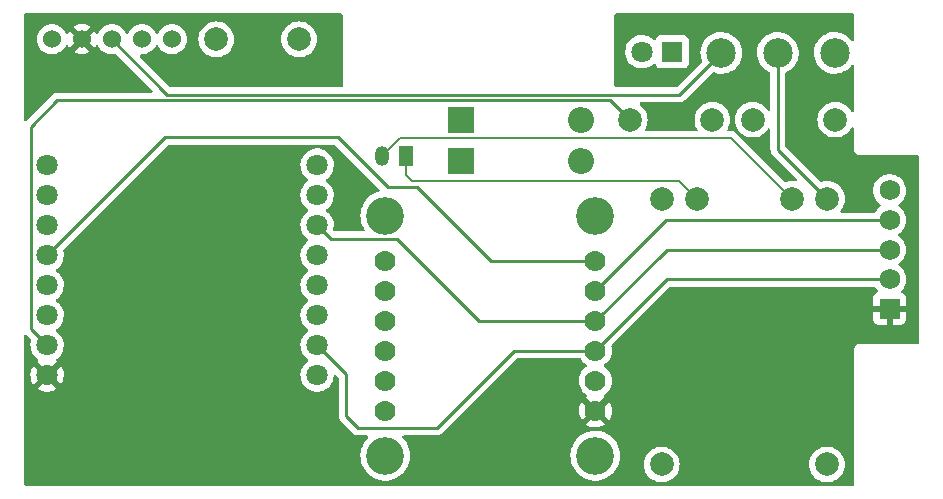
<source format=gbl>
%TF.GenerationSoftware,KiCad,Pcbnew,(6.0.11)*%
%TF.CreationDate,2023-02-17T03:20:08-05:00*%
%TF.ProjectId,IMU-pcb,494d552d-7063-4622-9e6b-696361645f70,rev?*%
%TF.SameCoordinates,Original*%
%TF.FileFunction,Copper,L2,Bot*%
%TF.FilePolarity,Positive*%
%FSLAX46Y46*%
G04 Gerber Fmt 4.6, Leading zero omitted, Abs format (unit mm)*
G04 Created by KiCad (PCBNEW (6.0.11)) date 2023-02-17 03:20:08*
%MOMM*%
%LPD*%
G01*
G04 APERTURE LIST*
%TA.AperFunction,ComponentPad*%
%ADD10R,1.200000X1.700000*%
%TD*%
%TA.AperFunction,ComponentPad*%
%ADD11O,1.200000X1.700000*%
%TD*%
%TA.AperFunction,ComponentPad*%
%ADD12C,2.000000*%
%TD*%
%TA.AperFunction,ComponentPad*%
%ADD13C,1.800000*%
%TD*%
%TA.AperFunction,ComponentPad*%
%ADD14C,1.778000*%
%TD*%
%TA.AperFunction,ComponentPad*%
%ADD15C,3.200000*%
%TD*%
%TA.AperFunction,ComponentPad*%
%ADD16C,1.524000*%
%TD*%
%TA.AperFunction,ComponentPad*%
%ADD17C,2.500000*%
%TD*%
%TA.AperFunction,ComponentPad*%
%ADD18R,1.750000X1.750000*%
%TD*%
%TA.AperFunction,ComponentPad*%
%ADD19C,1.750000*%
%TD*%
%TA.AperFunction,ComponentPad*%
%ADD20R,2.200000X2.200000*%
%TD*%
%TA.AperFunction,ComponentPad*%
%ADD21O,2.200000X2.200000*%
%TD*%
%TA.AperFunction,ComponentPad*%
%ADD22R,1.800000X1.800000*%
%TD*%
%TA.AperFunction,Conductor*%
%ADD23C,0.200000*%
%TD*%
%TA.AperFunction,Conductor*%
%ADD24C,0.250000*%
%TD*%
G04 APERTURE END LIST*
D10*
%TO.P,J2,1,Pin_1*%
%TO.N,B+*%
X142850000Y-81600000D03*
D11*
%TO.P,J2,2,Pin_2*%
%TO.N,B-*%
X140850000Y-81600000D03*
%TD*%
D12*
%TO.P,R3,1*%
%TO.N,Net-(R3-Pad1)*%
X168800000Y-78500000D03*
%TO.P,R3,2*%
%TO.N,Net-(R3-Pad2)*%
X161800000Y-78500000D03*
%TD*%
%TO.P,R2,1*%
%TO.N,B+*%
X133800000Y-71700000D03*
%TO.P,R2,2*%
%TO.N,Net-(R2-Pad2)*%
X126800000Y-71700000D03*
%TD*%
D13*
%TO.P,U2,1,Rst*%
%TO.N,unconnected-(U2-Pad1)*%
X112471012Y-82351012D03*
%TO.P,U2,2,A0*%
%TO.N,Net-(R2-Pad2)*%
X112471012Y-84891012D03*
%TO.P,U2,3,D0*%
%TO.N,unconnected-(U2-Pad3)*%
X112471012Y-87431012D03*
%TO.P,U2,4,D5*%
%TO.N,INT_PIN1*%
X112471012Y-89971012D03*
%TO.P,U2,5,D6*%
%TO.N,INT_PIN2*%
X112471012Y-92511012D03*
%TO.P,U2,6,D7*%
%TO.N,unconnected-(U2-Pad6)*%
X112471012Y-95051012D03*
%TO.P,U2,7,D8*%
%TO.N,Net-(R3-Pad2)*%
X112471012Y-97591012D03*
%TO.P,U2,8,3.3V*%
%TO.N,3V3*%
X112471012Y-100131012D03*
%TO.P,U2,9,5V*%
%TO.N,5V*%
X135331012Y-100131012D03*
%TO.P,U2,10,GND*%
%TO.N,Switch_GND*%
X135331012Y-97591012D03*
%TO.P,U2,11,D4*%
%TO.N,unconnected-(U2-Pad11)*%
X135331012Y-95051012D03*
%TO.P,U2,12,D3*%
%TO.N,unconnected-(U2-Pad12)*%
X135331012Y-92511012D03*
%TO.P,U2,13,D2*%
%TO.N,SDA*%
X135331012Y-89971012D03*
%TO.P,U2,14,D1*%
%TO.N,SCL*%
X135331012Y-87431012D03*
%TO.P,U2,15,Rx*%
%TO.N,unconnected-(U2-Pad15)*%
X135331012Y-84891012D03*
%TO.P,U2,16,Tx*%
%TO.N,unconnected-(U2-Pad16)*%
X135331012Y-82351012D03*
%TD*%
D12*
%TO.P,R1,1*%
%TO.N,Switch_GND*%
X179200000Y-78500000D03*
%TO.P,R1,2*%
%TO.N,Net-(R1-Pad2)*%
X172200000Y-78500000D03*
%TD*%
D14*
%TO.P,U3,JP1_1,VIN*%
%TO.N,3V3*%
X158890000Y-103150000D03*
%TO.P,U3,JP1_2,3VO*%
%TO.N,unconnected-(U3-PadJP1_2)*%
X158890000Y-100610000D03*
%TO.P,U3,JP1_3,GND*%
%TO.N,Switch_GND*%
X158890000Y-98070000D03*
%TO.P,U3,JP1_4,SCL*%
%TO.N,SCL*%
X158890000Y-95530000D03*
%TO.P,U3,JP1_5,SDA*%
%TO.N,SDA*%
X158890000Y-92990000D03*
%TO.P,U3,JP1_6,~{INT}*%
%TO.N,INT_PIN1*%
X158890000Y-90450000D03*
%TO.P,U3,JP2_1,BT*%
%TO.N,unconnected-(U3-PadJP2_1)*%
X141110000Y-103150000D03*
%TO.P,U3,JP2_2,P0*%
%TO.N,unconnected-(U3-PadJP2_2)*%
X141110000Y-100610000D03*
%TO.P,U3,JP2_3,P1*%
%TO.N,unconnected-(U3-PadJP2_3)*%
X141110000Y-98070000D03*
%TO.P,U3,JP2_4,~{RST}*%
%TO.N,unconnected-(U3-PadJP2_4)*%
X141110000Y-95530000D03*
%TO.P,U3,JP2_5,DI*%
%TO.N,unconnected-(U3-PadJP2_5)*%
X141110000Y-92990000D03*
%TO.P,U3,JP2_6,CS*%
%TO.N,unconnected-(U3-PadJP2_6)*%
X141110000Y-90450000D03*
D15*
%TO.P,U3,P1*%
%TO.N,N/C*%
X141110000Y-106960000D03*
%TO.P,U3,P2*%
X141110000Y-86640000D03*
%TO.P,U3,P3*%
X158890000Y-106960000D03*
%TO.P,U3,P4*%
X158890000Y-86640000D03*
%TD*%
D16*
%TO.P,J1,1,Pin_1*%
%TO.N,5V*%
X112880000Y-71700000D03*
%TO.P,J1,2,Pin_2*%
%TO.N,3V3*%
X115420000Y-71700000D03*
%TO.P,J1,3,Pin_3*%
%TO.N,Switch_GND*%
X117960000Y-71700000D03*
%TO.P,J1,4,Pin_4*%
%TO.N,B+*%
X120500000Y-71700000D03*
%TO.P,J1,5,Pin_5*%
%TO.N,B-*%
X123040000Y-71700000D03*
%TD*%
D17*
%TO.P,S1,1,T1*%
%TO.N,Switch_GND*%
X169550000Y-72850000D03*
%TO.P,S1,2,T2*%
%TO.N,Net-(S1-Pad2)*%
X174350000Y-72850000D03*
%TO.P,S1,3*%
%TO.N,N/C*%
X179150000Y-72850000D03*
%TD*%
D18*
%TO.P,J3,1,Pin_1*%
%TO.N,3V3*%
X183800000Y-94500000D03*
D19*
%TO.P,J3,2,Pin_2*%
%TO.N,Switch_GND*%
X183800000Y-92000000D03*
%TO.P,J3,3,Pin_3*%
%TO.N,SCL*%
X183800000Y-89500000D03*
%TO.P,J3,4,Pin_4*%
%TO.N,SDA*%
X183800000Y-87000000D03*
%TO.P,J3,5,Pin_5*%
%TO.N,INT_PIN2*%
X183800000Y-84500000D03*
%TD*%
D20*
%TO.P,D3,1,K*%
%TO.N,5V*%
X147520000Y-78500000D03*
D21*
%TO.P,D3,2,A*%
%TO.N,Net-(D3-Pad2)*%
X157680000Y-78500000D03*
%TD*%
D22*
%TO.P,D1,1,K*%
%TO.N,Net-(R1-Pad2)*%
X165375000Y-72750000D03*
D13*
%TO.P,D1,2,A*%
%TO.N,Net-(R3-Pad1)*%
X162835000Y-72750000D03*
%TD*%
D12*
%TO.P,U1,1,Out+*%
%TO.N,Net-(D3-Pad2)*%
X164500000Y-85200000D03*
%TO.P,U1,2,Battery+*%
%TO.N,B+*%
X167500000Y-85200000D03*
%TO.P,U1,3,Battery-*%
%TO.N,B-*%
X175500000Y-85200000D03*
%TO.P,U1,4,Out-*%
%TO.N,Net-(S1-Pad2)*%
X178500000Y-85200000D03*
%TO.P,U1,5,RB+*%
%TO.N,Net-(D2-Pad2)*%
X164500000Y-107700000D03*
%TO.P,U1,6,RB-*%
%TO.N,unconnected-(U1-Pad6)*%
X178500000Y-107700000D03*
%TD*%
D20*
%TO.P,D2,1,K*%
%TO.N,5V*%
X147520000Y-82000000D03*
D21*
%TO.P,D2,2,A*%
%TO.N,Net-(D2-Pad2)*%
X157680000Y-82000000D03*
%TD*%
D23*
%TO.N,B+*%
X142850000Y-83150000D02*
X143400000Y-83700000D01*
X166000000Y-83700000D02*
X167500000Y-85200000D01*
X143400000Y-83700000D02*
X166000000Y-83700000D01*
X142850000Y-81600000D02*
X142850000Y-83150000D01*
%TO.N,B-*%
X170400000Y-80100000D02*
X142350000Y-80100000D01*
X142350000Y-80100000D02*
X140850000Y-81600000D01*
X175500000Y-85200000D02*
X170400000Y-80100000D01*
D24*
%TO.N,Switch_GND*%
X169550000Y-72850000D02*
X166000000Y-76400000D01*
X158890000Y-98070000D02*
X164960000Y-92000000D01*
X152000000Y-98070000D02*
X145470000Y-104600000D01*
X145470000Y-104600000D02*
X138800000Y-104600000D01*
X122660000Y-76400000D02*
X117960000Y-71700000D01*
X164960000Y-92000000D02*
X183800000Y-92000000D01*
X137800000Y-103600000D02*
X137800000Y-100060000D01*
X137800000Y-100060000D02*
X135331012Y-97591012D01*
X138800000Y-104600000D02*
X137800000Y-103600000D01*
X166000000Y-76400000D02*
X122660000Y-76400000D01*
X158890000Y-98070000D02*
X152000000Y-98070000D01*
%TO.N,SCL*%
X183800000Y-89500000D02*
X164920000Y-89500000D01*
X164920000Y-89500000D02*
X158890000Y-95530000D01*
X149030000Y-95530000D02*
X142100000Y-88600000D01*
X136500000Y-88600000D02*
X135331012Y-87431012D01*
X158890000Y-95530000D02*
X149030000Y-95530000D01*
X142100000Y-88600000D02*
X136500000Y-88600000D01*
%TO.N,SDA*%
X183800000Y-87000000D02*
X164880000Y-87000000D01*
X164880000Y-87000000D02*
X158890000Y-92990000D01*
%TO.N,Net-(R3-Pad2)*%
X113350000Y-76850000D02*
X111100000Y-79100000D01*
X160150000Y-76850000D02*
X113350000Y-76850000D01*
X161800000Y-78500000D02*
X160150000Y-76850000D01*
X111100000Y-79100000D02*
X111100000Y-96220000D01*
X111100000Y-96220000D02*
X112471012Y-97591012D01*
%TO.N,Net-(S1-Pad2)*%
X174350000Y-72850000D02*
X174350000Y-81050000D01*
X174350000Y-81050000D02*
X178500000Y-85200000D01*
%TO.N,INT_PIN1*%
X137100000Y-80000000D02*
X122442024Y-80000000D01*
X143800000Y-84200000D02*
X141300000Y-84200000D01*
X122442024Y-80000000D02*
X112471012Y-89971012D01*
X150050000Y-90450000D02*
X143800000Y-84200000D01*
X141300000Y-84200000D02*
X137100000Y-80000000D01*
X158890000Y-90450000D02*
X150050000Y-90450000D01*
%TD*%
%TA.AperFunction,Conductor*%
%TO.N,3V3*%
G36*
X180733621Y-69528502D02*
G01*
X180780114Y-69582158D01*
X180791500Y-69634500D01*
X180791500Y-71728305D01*
X180771498Y-71796426D01*
X180717842Y-71842919D01*
X180647568Y-71853023D01*
X180582988Y-71823529D01*
X180566550Y-71806311D01*
X180520874Y-71748371D01*
X180450138Y-71658643D01*
X180259763Y-71479557D01*
X180070493Y-71348255D01*
X180048851Y-71333241D01*
X180048848Y-71333239D01*
X180045009Y-71330576D01*
X180039741Y-71327978D01*
X179814781Y-71217040D01*
X179814778Y-71217039D01*
X179810593Y-71214975D01*
X179764449Y-71200204D01*
X179566123Y-71136720D01*
X179561665Y-71135293D01*
X179303693Y-71093279D01*
X179189942Y-71091790D01*
X179047022Y-71089919D01*
X179047019Y-71089919D01*
X179042345Y-71089858D01*
X178783362Y-71125104D01*
X178532433Y-71198243D01*
X178528180Y-71200203D01*
X178528179Y-71200204D01*
X178491659Y-71217040D01*
X178295072Y-71307668D01*
X178256067Y-71333241D01*
X178080404Y-71448410D01*
X178080399Y-71448414D01*
X178076491Y-71450976D01*
X177881494Y-71625018D01*
X177714363Y-71825970D01*
X177711934Y-71829973D01*
X177590081Y-72030781D01*
X177578771Y-72049419D01*
X177477697Y-72290455D01*
X177413359Y-72543783D01*
X177412891Y-72548434D01*
X177412890Y-72548438D01*
X177408302Y-72594000D01*
X177387173Y-72803839D01*
X177399713Y-73064908D01*
X177450704Y-73321256D01*
X177539026Y-73567252D01*
X177550814Y-73589190D01*
X177644251Y-73763086D01*
X177662737Y-73797491D01*
X177665532Y-73801234D01*
X177665534Y-73801237D01*
X177816330Y-74003177D01*
X177816335Y-74003183D01*
X177819122Y-74006915D01*
X177822431Y-74010195D01*
X177822436Y-74010201D01*
X177975437Y-74161872D01*
X178004743Y-74190923D01*
X178008505Y-74193681D01*
X178008508Y-74193684D01*
X178211750Y-74342707D01*
X178215524Y-74345474D01*
X178219667Y-74347654D01*
X178219669Y-74347655D01*
X178442684Y-74464989D01*
X178442689Y-74464991D01*
X178446834Y-74467172D01*
X178693590Y-74553344D01*
X178698183Y-74554216D01*
X178945785Y-74601224D01*
X178945788Y-74601224D01*
X178950374Y-74602095D01*
X179080958Y-74607226D01*
X179206875Y-74612174D01*
X179206881Y-74612174D01*
X179211543Y-74612357D01*
X179290977Y-74603657D01*
X179466707Y-74584412D01*
X179466712Y-74584411D01*
X179471360Y-74583902D01*
X179475884Y-74582711D01*
X179719594Y-74518548D01*
X179719596Y-74518547D01*
X179724117Y-74517357D01*
X179800815Y-74484405D01*
X179959972Y-74416025D01*
X179964262Y-74414182D01*
X180186519Y-74276646D01*
X180190082Y-74273629D01*
X180190087Y-74273626D01*
X180382439Y-74110787D01*
X180382440Y-74110786D01*
X180386005Y-74107768D01*
X180510103Y-73966262D01*
X180555257Y-73914774D01*
X180555261Y-73914769D01*
X180558339Y-73911259D01*
X180560869Y-73907326D01*
X180563681Y-73903594D01*
X180565052Y-73904627D01*
X180613205Y-73862937D01*
X180683483Y-73852862D01*
X180748052Y-73882382D01*
X180786411Y-73942124D01*
X180791500Y-73977572D01*
X180791500Y-77766874D01*
X180771498Y-77834995D01*
X180717842Y-77881488D01*
X180647568Y-77891592D01*
X180582988Y-77862098D01*
X180553631Y-77821383D01*
X180552381Y-77822020D01*
X180550135Y-77817611D01*
X180548240Y-77813037D01*
X180545654Y-77808817D01*
X180426759Y-77614798D01*
X180426755Y-77614792D01*
X180424176Y-77610584D01*
X180269969Y-77430031D01*
X180089416Y-77275824D01*
X180085208Y-77273245D01*
X180085202Y-77273241D01*
X179891183Y-77154346D01*
X179886963Y-77151760D01*
X179882393Y-77149867D01*
X179882389Y-77149865D01*
X179672167Y-77062789D01*
X179672165Y-77062788D01*
X179667594Y-77060895D01*
X179587391Y-77041640D01*
X179441524Y-77006620D01*
X179441518Y-77006619D01*
X179436711Y-77005465D01*
X179200000Y-76986835D01*
X178963289Y-77005465D01*
X178958482Y-77006619D01*
X178958476Y-77006620D01*
X178812609Y-77041640D01*
X178732406Y-77060895D01*
X178727835Y-77062788D01*
X178727833Y-77062789D01*
X178517611Y-77149865D01*
X178517607Y-77149867D01*
X178513037Y-77151760D01*
X178508817Y-77154346D01*
X178314798Y-77273241D01*
X178314792Y-77273245D01*
X178310584Y-77275824D01*
X178130031Y-77430031D01*
X177975824Y-77610584D01*
X177973245Y-77614792D01*
X177973241Y-77614798D01*
X177854346Y-77808817D01*
X177851760Y-77813037D01*
X177849867Y-77817607D01*
X177849865Y-77817611D01*
X177775628Y-77996836D01*
X177760895Y-78032406D01*
X177759740Y-78037218D01*
X177708048Y-78252531D01*
X177705465Y-78263289D01*
X177686835Y-78500000D01*
X177705465Y-78736711D01*
X177706619Y-78741518D01*
X177706620Y-78741524D01*
X177725698Y-78820989D01*
X177760895Y-78967594D01*
X177762788Y-78972165D01*
X177762789Y-78972167D01*
X177848383Y-79178809D01*
X177851760Y-79186963D01*
X177854346Y-79191183D01*
X177973241Y-79385202D01*
X177973245Y-79385208D01*
X177975824Y-79389416D01*
X178130031Y-79569969D01*
X178310584Y-79724176D01*
X178314792Y-79726755D01*
X178314798Y-79726759D01*
X178508817Y-79845654D01*
X178513037Y-79848240D01*
X178517607Y-79850133D01*
X178517611Y-79850135D01*
X178727833Y-79937211D01*
X178732406Y-79939105D01*
X178812609Y-79958360D01*
X178958476Y-79993380D01*
X178958482Y-79993381D01*
X178963289Y-79994535D01*
X179200000Y-80013165D01*
X179436711Y-79994535D01*
X179441518Y-79993381D01*
X179441524Y-79993380D01*
X179587391Y-79958360D01*
X179667594Y-79939105D01*
X179672167Y-79937211D01*
X179882389Y-79850135D01*
X179882393Y-79850133D01*
X179886963Y-79848240D01*
X179891183Y-79845654D01*
X180085202Y-79726759D01*
X180085208Y-79726755D01*
X180089416Y-79724176D01*
X180269969Y-79569969D01*
X180424176Y-79389416D01*
X180426755Y-79385208D01*
X180426759Y-79385202D01*
X180545654Y-79191183D01*
X180548240Y-79186963D01*
X180550135Y-79182389D01*
X180552381Y-79177980D01*
X180554009Y-79178809D01*
X180593630Y-79129633D01*
X180660992Y-79107207D01*
X180729785Y-79124759D01*
X180778167Y-79176716D01*
X180791500Y-79233126D01*
X180791500Y-80991377D01*
X180791498Y-80992147D01*
X180791024Y-81069721D01*
X180793491Y-81078352D01*
X180799150Y-81098153D01*
X180802728Y-81114915D01*
X180806920Y-81144187D01*
X180810634Y-81152355D01*
X180810634Y-81152356D01*
X180817548Y-81167562D01*
X180823996Y-81185086D01*
X180831051Y-81209771D01*
X180835843Y-81217365D01*
X180835844Y-81217368D01*
X180846830Y-81234780D01*
X180854969Y-81249863D01*
X180867208Y-81276782D01*
X180873069Y-81283584D01*
X180883970Y-81296235D01*
X180895073Y-81311239D01*
X180908776Y-81332958D01*
X180915501Y-81338897D01*
X180915504Y-81338901D01*
X180930938Y-81352532D01*
X180942982Y-81364724D01*
X180956427Y-81380327D01*
X180956430Y-81380329D01*
X180962287Y-81387127D01*
X180969816Y-81392007D01*
X180969817Y-81392008D01*
X180983835Y-81401094D01*
X180998709Y-81412385D01*
X181011217Y-81423431D01*
X181017951Y-81429378D01*
X181043569Y-81441406D01*
X181044711Y-81441942D01*
X181059691Y-81450263D01*
X181076983Y-81461471D01*
X181076988Y-81461473D01*
X181084515Y-81466352D01*
X181093108Y-81468922D01*
X181093113Y-81468924D01*
X181109120Y-81473711D01*
X181126564Y-81480372D01*
X181141676Y-81487467D01*
X181141678Y-81487468D01*
X181149800Y-81491281D01*
X181158667Y-81492662D01*
X181158668Y-81492662D01*
X181160974Y-81493021D01*
X181179017Y-81495830D01*
X181195732Y-81499613D01*
X181215466Y-81505515D01*
X181215472Y-81505516D01*
X181224066Y-81508086D01*
X181233037Y-81508141D01*
X181233038Y-81508141D01*
X181243097Y-81508202D01*
X181258506Y-81508296D01*
X181259289Y-81508329D01*
X181260386Y-81508500D01*
X181291377Y-81508500D01*
X181292147Y-81508502D01*
X181365785Y-81508952D01*
X181365786Y-81508952D01*
X181369721Y-81508976D01*
X181371065Y-81508592D01*
X181372410Y-81508500D01*
X186165500Y-81508500D01*
X186233621Y-81528502D01*
X186280114Y-81582158D01*
X186291500Y-81634500D01*
X186291500Y-97365500D01*
X186271498Y-97433621D01*
X186217842Y-97480114D01*
X186165500Y-97491500D01*
X181308623Y-97491500D01*
X181307853Y-97491498D01*
X181307037Y-97491493D01*
X181230279Y-97491024D01*
X181207918Y-97497415D01*
X181201847Y-97499150D01*
X181185085Y-97502728D01*
X181155813Y-97506920D01*
X181147645Y-97510634D01*
X181147644Y-97510634D01*
X181132438Y-97517548D01*
X181114914Y-97523996D01*
X181090229Y-97531051D01*
X181082635Y-97535843D01*
X181082632Y-97535844D01*
X181065220Y-97546830D01*
X181050137Y-97554969D01*
X181023218Y-97567208D01*
X181016416Y-97573069D01*
X181003765Y-97583970D01*
X180988761Y-97595073D01*
X180967042Y-97608776D01*
X180961103Y-97615501D01*
X180961099Y-97615504D01*
X180947468Y-97630938D01*
X180935276Y-97642982D01*
X180919673Y-97656427D01*
X180919671Y-97656430D01*
X180912873Y-97662287D01*
X180907993Y-97669816D01*
X180907992Y-97669817D01*
X180898906Y-97683835D01*
X180887615Y-97698709D01*
X180876569Y-97711217D01*
X180870622Y-97717951D01*
X180858058Y-97744711D01*
X180849737Y-97759691D01*
X180838529Y-97776983D01*
X180838527Y-97776988D01*
X180833648Y-97784515D01*
X180831078Y-97793108D01*
X180831076Y-97793113D01*
X180826289Y-97809120D01*
X180819628Y-97826564D01*
X180812533Y-97841676D01*
X180808719Y-97849800D01*
X180807338Y-97858667D01*
X180807338Y-97858668D01*
X180804170Y-97879015D01*
X180800387Y-97895732D01*
X180794485Y-97915466D01*
X180794484Y-97915472D01*
X180791914Y-97924066D01*
X180791859Y-97933037D01*
X180791859Y-97933038D01*
X180791704Y-97958497D01*
X180791671Y-97959289D01*
X180791500Y-97960386D01*
X180791500Y-97991377D01*
X180791498Y-97992147D01*
X180791249Y-98032978D01*
X180791024Y-98069721D01*
X180791408Y-98071065D01*
X180791500Y-98072410D01*
X180791500Y-109365500D01*
X180771498Y-109433621D01*
X180717842Y-109480114D01*
X180665500Y-109491500D01*
X110634500Y-109491500D01*
X110566379Y-109471498D01*
X110519886Y-109417842D01*
X110508500Y-109365500D01*
X110508500Y-101292418D01*
X111674435Y-101292418D01*
X111679716Y-101299473D01*
X111856092Y-101402539D01*
X111865375Y-101406986D01*
X112072015Y-101485895D01*
X112081913Y-101488771D01*
X112298665Y-101532869D01*
X112308895Y-101534088D01*
X112529926Y-101542194D01*
X112540235Y-101541726D01*
X112759635Y-101513620D01*
X112769700Y-101511480D01*
X112981569Y-101447917D01*
X112991164Y-101444156D01*
X113189790Y-101346850D01*
X113198648Y-101341571D01*
X113256109Y-101300584D01*
X113264509Y-101289886D01*
X113257522Y-101276733D01*
X112483823Y-100503033D01*
X112469880Y-100495420D01*
X112468046Y-100495551D01*
X112461432Y-100499802D01*
X111681192Y-101280043D01*
X111674435Y-101292418D01*
X110508500Y-101292418D01*
X110508500Y-100101650D01*
X111058905Y-100101650D01*
X111071639Y-100322480D01*
X111073073Y-100332682D01*
X111121697Y-100548451D01*
X111124785Y-100558304D01*
X111207998Y-100763232D01*
X111212646Y-100772433D01*
X111301109Y-100916793D01*
X111311565Y-100926254D01*
X111320343Y-100922470D01*
X112098991Y-100143823D01*
X112105368Y-100132144D01*
X112835420Y-100132144D01*
X112835551Y-100133978D01*
X112839802Y-100140592D01*
X113617319Y-100918108D01*
X113629325Y-100924664D01*
X113641064Y-100915696D01*
X113679022Y-100862871D01*
X113684333Y-100854032D01*
X113782330Y-100655749D01*
X113786129Y-100646154D01*
X113850427Y-100434529D01*
X113852606Y-100424448D01*
X113881714Y-100203350D01*
X113882233Y-100196675D01*
X113883756Y-100134376D01*
X113883562Y-100127658D01*
X113865291Y-99905412D01*
X113863608Y-99895250D01*
X113809722Y-99680720D01*
X113806401Y-99670965D01*
X113718205Y-99468130D01*
X113713327Y-99459032D01*
X113640236Y-99346050D01*
X113629550Y-99336847D01*
X113619985Y-99341250D01*
X112843033Y-100118201D01*
X112835420Y-100132144D01*
X112105368Y-100132144D01*
X112106604Y-100129880D01*
X112106473Y-100128046D01*
X112102222Y-100121432D01*
X111324874Y-99344085D01*
X111313342Y-99337788D01*
X111301060Y-99347411D01*
X111245479Y-99428889D01*
X111240391Y-99437845D01*
X111147264Y-99638471D01*
X111143701Y-99648158D01*
X111084593Y-99861292D01*
X111082662Y-99871412D01*
X111059157Y-100091361D01*
X111058905Y-100101650D01*
X110508500Y-100101650D01*
X110508500Y-96828594D01*
X110528502Y-96760473D01*
X110582158Y-96713980D01*
X110652432Y-96703876D01*
X110717012Y-96733370D01*
X110723595Y-96739499D01*
X111080166Y-97096070D01*
X111114192Y-97158382D01*
X111112488Y-97218837D01*
X111082719Y-97326181D01*
X111058107Y-97556481D01*
X111058404Y-97561634D01*
X111058404Y-97561637D01*
X111068960Y-97744711D01*
X111071439Y-97787709D01*
X111072576Y-97792755D01*
X111072577Y-97792761D01*
X111095535Y-97894632D01*
X111122358Y-98013654D01*
X111124300Y-98018436D01*
X111124301Y-98018440D01*
X111190680Y-98181912D01*
X111209496Y-98228249D01*
X111330513Y-98425731D01*
X111482159Y-98600796D01*
X111660361Y-98748742D01*
X111664826Y-98751351D01*
X111668991Y-98753785D01*
X111717712Y-98805426D01*
X111730779Y-98875210D01*
X111704045Y-98940980D01*
X111687335Y-98957233D01*
X111676520Y-98971723D01*
X111683263Y-98984052D01*
X112458201Y-99758991D01*
X112472144Y-99766604D01*
X112473978Y-99766473D01*
X112480592Y-99762222D01*
X113260006Y-98982807D01*
X113267023Y-98969956D01*
X113259249Y-98959287D01*
X113257667Y-98958037D01*
X113216604Y-98900121D01*
X113213371Y-98829198D01*
X113248995Y-98767786D01*
X113262590Y-98756575D01*
X113278205Y-98745437D01*
X113383255Y-98670506D01*
X113547315Y-98507017D01*
X113556578Y-98494127D01*
X113617086Y-98409920D01*
X113682470Y-98318929D01*
X113706552Y-98270204D01*
X113782796Y-98115934D01*
X113782797Y-98115932D01*
X113785090Y-98111292D01*
X113852420Y-97889683D01*
X113882652Y-97660053D01*
X113882962Y-97647384D01*
X113884257Y-97594377D01*
X113884257Y-97594373D01*
X113884339Y-97591012D01*
X113876158Y-97491500D01*
X113865785Y-97365330D01*
X113865784Y-97365324D01*
X113865361Y-97360179D01*
X113837149Y-97247862D01*
X113810196Y-97140556D01*
X113810195Y-97140552D01*
X113808937Y-97135545D01*
X113806878Y-97130809D01*
X113718642Y-96927880D01*
X113718640Y-96927877D01*
X113716582Y-96923143D01*
X113590776Y-96728677D01*
X113577338Y-96713908D01*
X113503441Y-96632697D01*
X113434899Y-96557370D01*
X113430848Y-96554171D01*
X113430844Y-96554167D01*
X113258089Y-96417734D01*
X113217026Y-96359817D01*
X113213794Y-96288894D01*
X113249419Y-96227482D01*
X113263013Y-96216273D01*
X113266884Y-96213512D01*
X113383255Y-96130506D01*
X113547315Y-95967017D01*
X113556578Y-95954127D01*
X113607688Y-95882999D01*
X113682470Y-95778929D01*
X113700087Y-95743285D01*
X113782796Y-95575934D01*
X113782797Y-95575932D01*
X113785090Y-95571292D01*
X113852420Y-95349683D01*
X113882652Y-95120053D01*
X113883555Y-95083104D01*
X113884257Y-95054377D01*
X113884257Y-95054373D01*
X113884339Y-95051012D01*
X113870451Y-94882090D01*
X113865785Y-94825330D01*
X113865784Y-94825324D01*
X113865361Y-94820179D01*
X113808937Y-94595545D01*
X113806878Y-94590809D01*
X113718642Y-94387880D01*
X113718640Y-94387877D01*
X113716582Y-94383143D01*
X113590776Y-94188677D01*
X113577338Y-94173908D01*
X113474657Y-94061064D01*
X113434899Y-94017370D01*
X113430848Y-94014171D01*
X113430844Y-94014167D01*
X113258089Y-93877734D01*
X113217026Y-93819817D01*
X113213794Y-93748894D01*
X113249419Y-93687482D01*
X113263013Y-93676273D01*
X113266884Y-93673512D01*
X113383255Y-93590506D01*
X113547315Y-93427017D01*
X113556578Y-93414127D01*
X113576109Y-93386946D01*
X113682470Y-93238929D01*
X113706552Y-93190204D01*
X113782796Y-93035934D01*
X113782797Y-93035932D01*
X113785090Y-93031292D01*
X113852420Y-92809683D01*
X113882652Y-92580053D01*
X113883555Y-92543104D01*
X113884257Y-92514377D01*
X113884257Y-92514373D01*
X113884339Y-92511012D01*
X113869239Y-92327347D01*
X113865785Y-92285330D01*
X113865784Y-92285324D01*
X113865361Y-92280179D01*
X113808937Y-92055545D01*
X113806878Y-92050809D01*
X113718642Y-91847880D01*
X113718640Y-91847877D01*
X113716582Y-91843143D01*
X113590776Y-91648677D01*
X113577338Y-91633908D01*
X113541146Y-91594134D01*
X113434899Y-91477370D01*
X113430848Y-91474171D01*
X113430844Y-91474167D01*
X113258089Y-91337734D01*
X113217026Y-91279817D01*
X113213794Y-91208894D01*
X113249419Y-91147482D01*
X113263013Y-91136273D01*
X113266884Y-91133512D01*
X113383255Y-91050506D01*
X113547315Y-90887017D01*
X113556578Y-90874127D01*
X113608887Y-90801330D01*
X113682470Y-90698929D01*
X113703455Y-90656470D01*
X113782796Y-90495934D01*
X113782797Y-90495932D01*
X113785090Y-90491292D01*
X113852420Y-90269683D01*
X113882652Y-90040053D01*
X113882734Y-90036703D01*
X113884257Y-89974377D01*
X113884257Y-89974373D01*
X113884339Y-89971012D01*
X113865361Y-89740179D01*
X113829038Y-89595572D01*
X113831842Y-89524630D01*
X113862147Y-89475781D01*
X122667523Y-80670405D01*
X122729835Y-80636379D01*
X122756618Y-80633500D01*
X136785406Y-80633500D01*
X136853527Y-80653502D01*
X136874501Y-80670405D01*
X140601769Y-84397674D01*
X140635795Y-84459986D01*
X140630730Y-84530802D01*
X140588183Y-84587637D01*
X140545922Y-84608303D01*
X140414964Y-84644129D01*
X140411016Y-84645813D01*
X140154476Y-84755237D01*
X140154472Y-84755239D01*
X140150524Y-84756923D01*
X140089626Y-84793370D01*
X139907521Y-84902357D01*
X139907517Y-84902360D01*
X139903839Y-84904561D01*
X139679472Y-85084313D01*
X139481577Y-85292851D01*
X139313814Y-85526317D01*
X139179288Y-85780392D01*
X139080489Y-86050373D01*
X139019245Y-86331264D01*
X139014042Y-86397370D01*
X139000219Y-86573021D01*
X138996689Y-86617869D01*
X139013238Y-86904883D01*
X139014063Y-86909088D01*
X139014064Y-86909096D01*
X139027101Y-86975545D01*
X139068586Y-87186995D01*
X139069973Y-87191045D01*
X139069974Y-87191050D01*
X139160321Y-87454930D01*
X139161710Y-87458986D01*
X139190228Y-87515688D01*
X139268043Y-87670405D01*
X139290885Y-87715822D01*
X139327526Y-87769135D01*
X139349625Y-87836602D01*
X139331740Y-87905309D01*
X139279548Y-87953439D01*
X139223685Y-87966500D01*
X136814594Y-87966500D01*
X136746473Y-87946498D01*
X136725499Y-87929595D01*
X136722311Y-87926407D01*
X136688285Y-87864095D01*
X136690848Y-87800683D01*
X136710915Y-87734636D01*
X136712420Y-87729683D01*
X136742652Y-87500053D01*
X136743562Y-87462817D01*
X136744257Y-87434377D01*
X136744257Y-87434373D01*
X136744339Y-87431012D01*
X136733023Y-87293370D01*
X136725785Y-87205330D01*
X136725784Y-87205324D01*
X136725361Y-87200179D01*
X136668937Y-86975545D01*
X136666793Y-86970613D01*
X136578642Y-86767880D01*
X136578640Y-86767877D01*
X136576582Y-86763143D01*
X136450776Y-86568677D01*
X136431851Y-86547878D01*
X136401146Y-86514134D01*
X136294899Y-86397370D01*
X136290848Y-86394171D01*
X136290844Y-86394167D01*
X136118089Y-86257734D01*
X136077026Y-86199817D01*
X136073794Y-86128894D01*
X136109419Y-86067482D01*
X136123013Y-86056273D01*
X136126884Y-86053512D01*
X136243255Y-85970506D01*
X136407315Y-85807017D01*
X136423551Y-85784423D01*
X136489644Y-85692444D01*
X136542470Y-85618929D01*
X136571430Y-85560334D01*
X136642796Y-85415934D01*
X136642797Y-85415932D01*
X136645090Y-85411292D01*
X136712420Y-85189683D01*
X136742652Y-84960053D01*
X136743697Y-84917287D01*
X136744257Y-84894377D01*
X136744257Y-84894373D01*
X136744339Y-84891012D01*
X136734149Y-84767073D01*
X136725785Y-84665330D01*
X136725784Y-84665324D01*
X136725361Y-84660179D01*
X136691054Y-84523595D01*
X136670196Y-84440556D01*
X136670195Y-84440552D01*
X136668937Y-84435545D01*
X136666878Y-84430809D01*
X136578642Y-84227880D01*
X136578640Y-84227877D01*
X136576582Y-84223143D01*
X136450776Y-84028677D01*
X136294899Y-83857370D01*
X136290848Y-83854171D01*
X136290844Y-83854167D01*
X136118089Y-83717734D01*
X136077026Y-83659817D01*
X136073794Y-83588894D01*
X136109419Y-83527482D01*
X136123013Y-83516273D01*
X136126884Y-83513512D01*
X136243255Y-83430506D01*
X136407315Y-83267017D01*
X136542470Y-83078929D01*
X136556728Y-83050081D01*
X136642796Y-82875934D01*
X136642797Y-82875932D01*
X136645090Y-82871292D01*
X136712420Y-82649683D01*
X136742652Y-82420053D01*
X136744339Y-82351012D01*
X136735826Y-82247469D01*
X136725785Y-82125330D01*
X136725784Y-82125324D01*
X136725361Y-82120179D01*
X136668937Y-81895545D01*
X136666878Y-81890809D01*
X136578642Y-81687880D01*
X136578640Y-81687877D01*
X136576582Y-81683143D01*
X136450776Y-81488677D01*
X136294899Y-81317370D01*
X136290848Y-81314171D01*
X136290844Y-81314167D01*
X136117189Y-81177023D01*
X136117184Y-81177020D01*
X136113135Y-81173822D01*
X136108619Y-81171329D01*
X136108616Y-81171327D01*
X135914891Y-81064385D01*
X135914887Y-81064383D01*
X135910367Y-81061888D01*
X135905498Y-81060164D01*
X135905494Y-81060162D01*
X135696915Y-80986300D01*
X135696911Y-80986299D01*
X135692040Y-80984574D01*
X135686947Y-80983667D01*
X135686944Y-80983666D01*
X135469107Y-80944863D01*
X135469101Y-80944862D01*
X135464018Y-80943957D01*
X135391108Y-80943066D01*
X135237593Y-80941191D01*
X135237591Y-80941191D01*
X135232423Y-80941128D01*
X135003476Y-80976162D01*
X134783326Y-81048118D01*
X134778738Y-81050506D01*
X134778734Y-81050508D01*
X134587825Y-81149889D01*
X134577884Y-81155064D01*
X134573751Y-81158167D01*
X134573748Y-81158169D01*
X134396802Y-81291024D01*
X134392667Y-81294129D01*
X134232651Y-81461576D01*
X134229737Y-81465848D01*
X134229736Y-81465849D01*
X134181453Y-81536630D01*
X134102131Y-81652911D01*
X134004614Y-81862993D01*
X133942719Y-82086181D01*
X133918107Y-82316481D01*
X133918404Y-82321634D01*
X133918404Y-82321637D01*
X133928384Y-82494717D01*
X133931439Y-82547709D01*
X133932576Y-82552755D01*
X133932577Y-82552761D01*
X133959047Y-82670217D01*
X133982358Y-82773654D01*
X133984300Y-82778436D01*
X133984301Y-82778440D01*
X134061354Y-82968198D01*
X134069496Y-82988249D01*
X134139119Y-83101864D01*
X134168343Y-83149552D01*
X134190513Y-83185731D01*
X134342159Y-83360796D01*
X134520361Y-83508742D01*
X134524831Y-83511354D01*
X134528523Y-83513512D01*
X134577244Y-83565152D01*
X134590313Y-83634936D01*
X134563578Y-83700706D01*
X134540601Y-83723057D01*
X134412852Y-83818974D01*
X134392667Y-83834129D01*
X134373518Y-83854167D01*
X134259729Y-83973241D01*
X134232651Y-84001576D01*
X134229737Y-84005848D01*
X134229736Y-84005849D01*
X134216239Y-84025635D01*
X134102131Y-84192911D01*
X134004614Y-84402993D01*
X133942719Y-84626181D01*
X133918107Y-84856481D01*
X133918404Y-84861634D01*
X133918404Y-84861637D01*
X133923988Y-84958476D01*
X133931439Y-85087709D01*
X133932576Y-85092755D01*
X133932577Y-85092761D01*
X133955634Y-85195070D01*
X133982358Y-85313654D01*
X133984300Y-85318436D01*
X133984301Y-85318440D01*
X134067295Y-85522828D01*
X134069496Y-85528249D01*
X134190513Y-85725731D01*
X134342159Y-85900796D01*
X134520361Y-86048742D01*
X134524831Y-86051354D01*
X134528523Y-86053512D01*
X134577244Y-86105152D01*
X134590313Y-86174936D01*
X134563578Y-86240706D01*
X134540601Y-86263057D01*
X134531395Y-86269969D01*
X134402828Y-86366500D01*
X134392667Y-86374129D01*
X134232651Y-86541576D01*
X134229737Y-86545848D01*
X134229736Y-86545849D01*
X134214164Y-86568677D01*
X134102131Y-86732911D01*
X134004614Y-86942993D01*
X133942719Y-87166181D01*
X133918107Y-87396481D01*
X133918404Y-87401634D01*
X133918404Y-87401637D01*
X133924980Y-87515688D01*
X133931439Y-87627709D01*
X133932576Y-87632755D01*
X133932577Y-87632761D01*
X133941061Y-87670405D01*
X133982358Y-87853654D01*
X133984300Y-87858436D01*
X133984301Y-87858440D01*
X134038478Y-87991861D01*
X134069496Y-88068249D01*
X134190513Y-88265731D01*
X134342159Y-88440796D01*
X134520361Y-88588742D01*
X134524831Y-88591354D01*
X134528523Y-88593512D01*
X134577244Y-88645152D01*
X134590313Y-88714936D01*
X134563578Y-88780706D01*
X134540601Y-88803057D01*
X134409293Y-88901646D01*
X134392667Y-88914129D01*
X134389095Y-88917867D01*
X134264854Y-89047878D01*
X134232651Y-89081576D01*
X134229737Y-89085848D01*
X134229736Y-89085849D01*
X134179379Y-89159670D01*
X134102131Y-89272911D01*
X134004614Y-89482993D01*
X133942719Y-89706181D01*
X133918107Y-89936481D01*
X133918404Y-89941634D01*
X133918404Y-89941637D01*
X133924079Y-90040053D01*
X133931439Y-90167709D01*
X133932576Y-90172755D01*
X133932577Y-90172761D01*
X133964745Y-90315501D01*
X133982358Y-90393654D01*
X133984300Y-90398436D01*
X133984301Y-90398440D01*
X134051257Y-90563332D01*
X134069496Y-90608249D01*
X134190513Y-90805731D01*
X134342159Y-90980796D01*
X134520361Y-91128742D01*
X134524831Y-91131354D01*
X134528523Y-91133512D01*
X134577244Y-91185152D01*
X134590313Y-91254936D01*
X134563578Y-91320706D01*
X134540601Y-91343057D01*
X134446138Y-91413982D01*
X134392667Y-91454129D01*
X134232651Y-91621576D01*
X134229737Y-91625848D01*
X134229736Y-91625849D01*
X134180496Y-91698032D01*
X134102131Y-91812911D01*
X134004614Y-92022993D01*
X133942719Y-92246181D01*
X133918107Y-92476481D01*
X133918404Y-92481634D01*
X133918404Y-92481637D01*
X133929288Y-92670405D01*
X133931439Y-92707709D01*
X133932576Y-92712755D01*
X133932577Y-92712761D01*
X133955731Y-92815501D01*
X133982358Y-92933654D01*
X133984300Y-92938436D01*
X133984301Y-92938440D01*
X134067552Y-93143462D01*
X134069496Y-93148249D01*
X134190513Y-93345731D01*
X134342159Y-93520796D01*
X134520361Y-93668742D01*
X134524831Y-93671354D01*
X134528523Y-93673512D01*
X134577244Y-93725152D01*
X134590313Y-93794936D01*
X134563578Y-93860706D01*
X134540601Y-93883057D01*
X134392667Y-93994129D01*
X134232651Y-94161576D01*
X134229737Y-94165848D01*
X134229736Y-94165849D01*
X134187418Y-94227885D01*
X134102131Y-94352911D01*
X134004614Y-94562993D01*
X133942719Y-94786181D01*
X133918107Y-95016481D01*
X133918404Y-95021634D01*
X133918404Y-95021637D01*
X133924079Y-95120053D01*
X133931439Y-95247709D01*
X133932576Y-95252755D01*
X133932577Y-95252761D01*
X133964753Y-95395535D01*
X133982358Y-95473654D01*
X133984300Y-95478436D01*
X133984301Y-95478440D01*
X134034402Y-95601823D01*
X134069496Y-95688249D01*
X134190513Y-95885731D01*
X134342159Y-96060796D01*
X134520361Y-96208742D01*
X134524831Y-96211354D01*
X134528523Y-96213512D01*
X134577244Y-96265152D01*
X134590313Y-96334936D01*
X134563578Y-96400706D01*
X134540601Y-96423057D01*
X134438705Y-96499563D01*
X134392667Y-96534129D01*
X134389095Y-96537867D01*
X134275147Y-96657107D01*
X134232651Y-96701576D01*
X134229737Y-96705848D01*
X134229736Y-96705849D01*
X134192474Y-96760473D01*
X134102131Y-96892911D01*
X134004614Y-97102993D01*
X133942719Y-97326181D01*
X133918107Y-97556481D01*
X133918404Y-97561634D01*
X133918404Y-97561637D01*
X133928960Y-97744711D01*
X133931439Y-97787709D01*
X133932576Y-97792755D01*
X133932577Y-97792761D01*
X133955535Y-97894632D01*
X133982358Y-98013654D01*
X133984300Y-98018436D01*
X133984301Y-98018440D01*
X134050680Y-98181912D01*
X134069496Y-98228249D01*
X134190513Y-98425731D01*
X134342159Y-98600796D01*
X134520361Y-98748742D01*
X134524831Y-98751354D01*
X134528523Y-98753512D01*
X134577244Y-98805152D01*
X134590313Y-98874936D01*
X134563578Y-98940706D01*
X134540601Y-98963057D01*
X134392667Y-99074129D01*
X134232651Y-99241576D01*
X134229737Y-99245848D01*
X134229736Y-99245849D01*
X134180496Y-99318032D01*
X134102131Y-99432911D01*
X134004614Y-99642993D01*
X133942719Y-99866181D01*
X133918107Y-100096481D01*
X133918404Y-100101634D01*
X133918404Y-100101637D01*
X133931141Y-100322541D01*
X133931439Y-100327709D01*
X133932576Y-100332755D01*
X133932577Y-100332761D01*
X133964753Y-100475535D01*
X133982358Y-100553654D01*
X133984300Y-100558436D01*
X133984301Y-100558440D01*
X134034402Y-100681823D01*
X134069496Y-100768249D01*
X134190513Y-100965731D01*
X134342159Y-101140796D01*
X134520361Y-101288742D01*
X134720334Y-101405596D01*
X134936706Y-101488221D01*
X134941772Y-101489252D01*
X134941773Y-101489252D01*
X134994858Y-101500052D01*
X135163668Y-101534397D01*
X135294336Y-101539188D01*
X135389961Y-101542695D01*
X135389965Y-101542695D01*
X135395125Y-101542884D01*
X135400245Y-101542228D01*
X135400247Y-101542228D01*
X135473303Y-101532869D01*
X135624859Y-101513454D01*
X135629807Y-101511969D01*
X135629814Y-101511968D01*
X135841759Y-101448381D01*
X135846702Y-101446898D01*
X135864457Y-101438200D01*
X136050061Y-101347274D01*
X136050064Y-101347272D01*
X136054696Y-101345003D01*
X136243255Y-101210506D01*
X136407315Y-101047017D01*
X136416578Y-101034127D01*
X136494092Y-100926254D01*
X136542470Y-100858929D01*
X136544891Y-100854032D01*
X136642796Y-100655934D01*
X136642797Y-100655932D01*
X136645090Y-100651292D01*
X136712420Y-100429683D01*
X136742652Y-100200053D01*
X136742734Y-100196702D01*
X136742994Y-100193359D01*
X136744640Y-100193487D01*
X136764306Y-100132051D01*
X136819071Y-100086871D01*
X136889569Y-100078471D01*
X136957719Y-100113623D01*
X137129595Y-100285499D01*
X137163621Y-100347811D01*
X137166500Y-100374594D01*
X137166500Y-103521233D01*
X137165973Y-103532416D01*
X137164298Y-103539909D01*
X137164547Y-103547835D01*
X137164547Y-103547836D01*
X137166438Y-103607986D01*
X137166500Y-103611945D01*
X137166500Y-103639856D01*
X137166997Y-103643790D01*
X137166997Y-103643791D01*
X137167005Y-103643856D01*
X137167938Y-103655693D01*
X137169327Y-103699889D01*
X137174978Y-103719339D01*
X137178987Y-103738700D01*
X137181526Y-103758797D01*
X137184445Y-103766168D01*
X137184445Y-103766170D01*
X137197804Y-103799912D01*
X137201649Y-103811142D01*
X137211771Y-103845983D01*
X137213982Y-103853593D01*
X137218015Y-103860412D01*
X137218017Y-103860417D01*
X137224293Y-103871028D01*
X137232988Y-103888776D01*
X137240448Y-103907617D01*
X137245110Y-103914033D01*
X137245110Y-103914034D01*
X137266436Y-103943387D01*
X137272952Y-103953307D01*
X137295458Y-103991362D01*
X137309779Y-104005683D01*
X137322619Y-104020716D01*
X137334528Y-104037107D01*
X137340634Y-104042158D01*
X137368605Y-104065298D01*
X137377384Y-104073288D01*
X138296343Y-104992247D01*
X138303887Y-105000537D01*
X138308000Y-105007018D01*
X138313777Y-105012443D01*
X138357667Y-105053658D01*
X138360509Y-105056413D01*
X138380231Y-105076135D01*
X138383355Y-105078558D01*
X138383359Y-105078562D01*
X138383424Y-105078612D01*
X138392445Y-105086317D01*
X138424679Y-105116586D01*
X138431627Y-105120405D01*
X138431629Y-105120407D01*
X138442432Y-105126346D01*
X138458959Y-105137202D01*
X138468698Y-105144757D01*
X138468700Y-105144758D01*
X138474960Y-105149614D01*
X138515540Y-105167174D01*
X138526188Y-105172391D01*
X138550976Y-105186018D01*
X138564940Y-105193695D01*
X138572616Y-105195666D01*
X138572619Y-105195667D01*
X138584562Y-105198733D01*
X138603267Y-105205137D01*
X138621855Y-105213181D01*
X138629678Y-105214420D01*
X138629688Y-105214423D01*
X138665524Y-105220099D01*
X138677144Y-105222505D01*
X138708959Y-105230673D01*
X138719970Y-105233500D01*
X138740224Y-105233500D01*
X138759934Y-105235051D01*
X138779943Y-105238220D01*
X138787835Y-105237474D01*
X138806580Y-105235702D01*
X138823962Y-105234059D01*
X138835819Y-105233500D01*
X139548294Y-105233500D01*
X139616415Y-105253502D01*
X139662908Y-105307158D01*
X139673012Y-105377432D01*
X139639691Y-105446233D01*
X139481577Y-105612851D01*
X139313814Y-105846317D01*
X139179288Y-106100392D01*
X139080489Y-106370373D01*
X139019245Y-106651264D01*
X138996689Y-106937869D01*
X139013238Y-107224883D01*
X139014063Y-107229088D01*
X139014064Y-107229096D01*
X139046010Y-107391921D01*
X139068586Y-107506995D01*
X139069973Y-107511045D01*
X139069974Y-107511050D01*
X139160321Y-107774930D01*
X139161710Y-107778986D01*
X139290885Y-108035822D01*
X139453721Y-108272750D01*
X139647206Y-108485388D01*
X139650501Y-108488143D01*
X139650502Y-108488144D01*
X139771623Y-108589416D01*
X139867759Y-108669798D01*
X140111298Y-108822571D01*
X140373318Y-108940877D01*
X140377437Y-108942097D01*
X140644857Y-109021311D01*
X140644862Y-109021312D01*
X140648970Y-109022529D01*
X140653204Y-109023177D01*
X140653209Y-109023178D01*
X140829376Y-109050135D01*
X140933153Y-109066015D01*
X141079485Y-109068314D01*
X141216317Y-109070464D01*
X141216323Y-109070464D01*
X141220608Y-109070531D01*
X141224860Y-109070016D01*
X141224868Y-109070016D01*
X141501756Y-109036508D01*
X141501761Y-109036507D01*
X141506017Y-109035992D01*
X141784097Y-108963039D01*
X142049704Y-108853021D01*
X142297922Y-108707974D01*
X142524159Y-108530582D01*
X142565285Y-108488144D01*
X142721244Y-108327206D01*
X142724227Y-108324128D01*
X142726760Y-108320680D01*
X142726764Y-108320675D01*
X142891887Y-108095886D01*
X142894425Y-108092431D01*
X143031604Y-107839779D01*
X143133225Y-107570848D01*
X143197407Y-107290613D01*
X143202173Y-107237218D01*
X143222743Y-107006726D01*
X143222743Y-107006724D01*
X143222963Y-107004260D01*
X143223427Y-106960000D01*
X143221918Y-106937869D01*
X156776689Y-106937869D01*
X156793238Y-107224883D01*
X156794063Y-107229088D01*
X156794064Y-107229096D01*
X156826010Y-107391921D01*
X156848586Y-107506995D01*
X156849973Y-107511045D01*
X156849974Y-107511050D01*
X156940321Y-107774930D01*
X156941710Y-107778986D01*
X157070885Y-108035822D01*
X157233721Y-108272750D01*
X157427206Y-108485388D01*
X157430501Y-108488143D01*
X157430502Y-108488144D01*
X157551623Y-108589416D01*
X157647759Y-108669798D01*
X157891298Y-108822571D01*
X158153318Y-108940877D01*
X158157437Y-108942097D01*
X158424857Y-109021311D01*
X158424862Y-109021312D01*
X158428970Y-109022529D01*
X158433204Y-109023177D01*
X158433209Y-109023178D01*
X158609376Y-109050135D01*
X158713153Y-109066015D01*
X158859485Y-109068314D01*
X158996317Y-109070464D01*
X158996323Y-109070464D01*
X159000608Y-109070531D01*
X159004860Y-109070016D01*
X159004868Y-109070016D01*
X159281756Y-109036508D01*
X159281761Y-109036507D01*
X159286017Y-109035992D01*
X159564097Y-108963039D01*
X159829704Y-108853021D01*
X160077922Y-108707974D01*
X160304159Y-108530582D01*
X160345285Y-108488144D01*
X160501244Y-108327206D01*
X160504227Y-108324128D01*
X160506760Y-108320680D01*
X160506764Y-108320675D01*
X160671887Y-108095886D01*
X160674425Y-108092431D01*
X160811604Y-107839779D01*
X160864422Y-107700000D01*
X162986835Y-107700000D01*
X163005465Y-107936711D01*
X163006619Y-107941518D01*
X163006620Y-107941524D01*
X163029259Y-108035822D01*
X163060895Y-108167594D01*
X163062788Y-108172165D01*
X163062789Y-108172167D01*
X163124303Y-108320675D01*
X163151760Y-108386963D01*
X163154346Y-108391183D01*
X163273241Y-108585202D01*
X163273245Y-108585208D01*
X163275824Y-108589416D01*
X163430031Y-108769969D01*
X163610584Y-108924176D01*
X163614792Y-108926755D01*
X163614798Y-108926759D01*
X163772140Y-109023178D01*
X163813037Y-109048240D01*
X163817607Y-109050133D01*
X163817611Y-109050135D01*
X164027833Y-109137211D01*
X164032406Y-109139105D01*
X164112609Y-109158360D01*
X164258476Y-109193380D01*
X164258482Y-109193381D01*
X164263289Y-109194535D01*
X164500000Y-109213165D01*
X164736711Y-109194535D01*
X164741518Y-109193381D01*
X164741524Y-109193380D01*
X164887391Y-109158360D01*
X164967594Y-109139105D01*
X164972167Y-109137211D01*
X165182389Y-109050135D01*
X165182393Y-109050133D01*
X165186963Y-109048240D01*
X165227860Y-109023178D01*
X165385202Y-108926759D01*
X165385208Y-108926755D01*
X165389416Y-108924176D01*
X165569969Y-108769969D01*
X165724176Y-108589416D01*
X165726755Y-108585208D01*
X165726759Y-108585202D01*
X165845654Y-108391183D01*
X165848240Y-108386963D01*
X165875698Y-108320675D01*
X165937211Y-108172167D01*
X165937212Y-108172165D01*
X165939105Y-108167594D01*
X165970741Y-108035822D01*
X165993380Y-107941524D01*
X165993381Y-107941518D01*
X165994535Y-107936711D01*
X166013165Y-107700000D01*
X176986835Y-107700000D01*
X177005465Y-107936711D01*
X177006619Y-107941518D01*
X177006620Y-107941524D01*
X177029259Y-108035822D01*
X177060895Y-108167594D01*
X177062788Y-108172165D01*
X177062789Y-108172167D01*
X177124303Y-108320675D01*
X177151760Y-108386963D01*
X177154346Y-108391183D01*
X177273241Y-108585202D01*
X177273245Y-108585208D01*
X177275824Y-108589416D01*
X177430031Y-108769969D01*
X177610584Y-108924176D01*
X177614792Y-108926755D01*
X177614798Y-108926759D01*
X177772140Y-109023178D01*
X177813037Y-109048240D01*
X177817607Y-109050133D01*
X177817611Y-109050135D01*
X178027833Y-109137211D01*
X178032406Y-109139105D01*
X178112609Y-109158360D01*
X178258476Y-109193380D01*
X178258482Y-109193381D01*
X178263289Y-109194535D01*
X178500000Y-109213165D01*
X178736711Y-109194535D01*
X178741518Y-109193381D01*
X178741524Y-109193380D01*
X178887391Y-109158360D01*
X178967594Y-109139105D01*
X178972167Y-109137211D01*
X179182389Y-109050135D01*
X179182393Y-109050133D01*
X179186963Y-109048240D01*
X179227860Y-109023178D01*
X179385202Y-108926759D01*
X179385208Y-108926755D01*
X179389416Y-108924176D01*
X179569969Y-108769969D01*
X179724176Y-108589416D01*
X179726755Y-108585208D01*
X179726759Y-108585202D01*
X179845654Y-108391183D01*
X179848240Y-108386963D01*
X179875698Y-108320675D01*
X179937211Y-108172167D01*
X179937212Y-108172165D01*
X179939105Y-108167594D01*
X179970741Y-108035822D01*
X179993380Y-107941524D01*
X179993381Y-107941518D01*
X179994535Y-107936711D01*
X180013165Y-107700000D01*
X179994535Y-107463289D01*
X179939105Y-107232406D01*
X179848240Y-107013037D01*
X179802177Y-106937869D01*
X179726759Y-106814798D01*
X179726755Y-106814792D01*
X179724176Y-106810584D01*
X179569969Y-106630031D01*
X179389416Y-106475824D01*
X179385208Y-106473245D01*
X179385202Y-106473241D01*
X179191183Y-106354346D01*
X179186963Y-106351760D01*
X179182393Y-106349867D01*
X179182389Y-106349865D01*
X178972167Y-106262789D01*
X178972165Y-106262788D01*
X178967594Y-106260895D01*
X178887391Y-106241640D01*
X178741524Y-106206620D01*
X178741518Y-106206619D01*
X178736711Y-106205465D01*
X178500000Y-106186835D01*
X178263289Y-106205465D01*
X178258482Y-106206619D01*
X178258476Y-106206620D01*
X178112609Y-106241640D01*
X178032406Y-106260895D01*
X178027835Y-106262788D01*
X178027833Y-106262789D01*
X177817611Y-106349865D01*
X177817607Y-106349867D01*
X177813037Y-106351760D01*
X177808817Y-106354346D01*
X177614798Y-106473241D01*
X177614792Y-106473245D01*
X177610584Y-106475824D01*
X177430031Y-106630031D01*
X177275824Y-106810584D01*
X177273245Y-106814792D01*
X177273241Y-106814798D01*
X177197823Y-106937869D01*
X177151760Y-107013037D01*
X177060895Y-107232406D01*
X177005465Y-107463289D01*
X176986835Y-107700000D01*
X166013165Y-107700000D01*
X165994535Y-107463289D01*
X165939105Y-107232406D01*
X165848240Y-107013037D01*
X165802177Y-106937869D01*
X165726759Y-106814798D01*
X165726755Y-106814792D01*
X165724176Y-106810584D01*
X165569969Y-106630031D01*
X165389416Y-106475824D01*
X165385208Y-106473245D01*
X165385202Y-106473241D01*
X165191183Y-106354346D01*
X165186963Y-106351760D01*
X165182393Y-106349867D01*
X165182389Y-106349865D01*
X164972167Y-106262789D01*
X164972165Y-106262788D01*
X164967594Y-106260895D01*
X164887391Y-106241640D01*
X164741524Y-106206620D01*
X164741518Y-106206619D01*
X164736711Y-106205465D01*
X164500000Y-106186835D01*
X164263289Y-106205465D01*
X164258482Y-106206619D01*
X164258476Y-106206620D01*
X164112609Y-106241640D01*
X164032406Y-106260895D01*
X164027835Y-106262788D01*
X164027833Y-106262789D01*
X163817611Y-106349865D01*
X163817607Y-106349867D01*
X163813037Y-106351760D01*
X163808817Y-106354346D01*
X163614798Y-106473241D01*
X163614792Y-106473245D01*
X163610584Y-106475824D01*
X163430031Y-106630031D01*
X163275824Y-106810584D01*
X163273245Y-106814792D01*
X163273241Y-106814798D01*
X163197823Y-106937869D01*
X163151760Y-107013037D01*
X163060895Y-107232406D01*
X163005465Y-107463289D01*
X162986835Y-107700000D01*
X160864422Y-107700000D01*
X160913225Y-107570848D01*
X160977407Y-107290613D01*
X160982173Y-107237218D01*
X161002743Y-107006726D01*
X161002743Y-107006724D01*
X161002963Y-107004260D01*
X161003427Y-106960000D01*
X160993241Y-106810584D01*
X160984165Y-106677452D01*
X160984164Y-106677446D01*
X160983873Y-106673175D01*
X160979336Y-106651264D01*
X160926443Y-106395855D01*
X160925574Y-106391658D01*
X160829607Y-106120657D01*
X160697750Y-105865188D01*
X160684488Y-105846317D01*
X160534904Y-105633482D01*
X160532441Y-105629977D01*
X160459606Y-105551597D01*
X160339661Y-105422521D01*
X160339658Y-105422519D01*
X160336740Y-105419378D01*
X160114268Y-105237287D01*
X159869142Y-105087073D01*
X159851048Y-105079130D01*
X159609830Y-104973243D01*
X159605898Y-104971517D01*
X159579963Y-104964129D01*
X159333534Y-104893932D01*
X159333535Y-104893932D01*
X159329406Y-104892756D01*
X159116704Y-104862485D01*
X159049036Y-104852854D01*
X159049034Y-104852854D01*
X159044784Y-104852249D01*
X159040495Y-104852227D01*
X159040488Y-104852226D01*
X158761583Y-104850765D01*
X158761576Y-104850765D01*
X158757297Y-104850743D01*
X158753053Y-104851302D01*
X158753049Y-104851302D01*
X158627660Y-104867810D01*
X158472266Y-104888268D01*
X158468126Y-104889401D01*
X158468124Y-104889401D01*
X158391311Y-104910415D01*
X158194964Y-104964129D01*
X158191016Y-104965813D01*
X157934476Y-105075237D01*
X157934472Y-105075239D01*
X157930524Y-105076923D01*
X157884376Y-105104542D01*
X157687521Y-105222357D01*
X157687517Y-105222360D01*
X157683839Y-105224561D01*
X157459472Y-105404313D01*
X157261577Y-105612851D01*
X157093814Y-105846317D01*
X156959288Y-106100392D01*
X156860489Y-106370373D01*
X156799245Y-106651264D01*
X156776689Y-106937869D01*
X143221918Y-106937869D01*
X143213241Y-106810584D01*
X143204165Y-106677452D01*
X143204164Y-106677446D01*
X143203873Y-106673175D01*
X143199336Y-106651264D01*
X143146443Y-106395855D01*
X143145574Y-106391658D01*
X143049607Y-106120657D01*
X142917750Y-105865188D01*
X142904488Y-105846317D01*
X142754904Y-105633482D01*
X142752441Y-105629977D01*
X142580801Y-105445270D01*
X142549082Y-105381754D01*
X142556738Y-105311171D01*
X142601339Y-105255933D01*
X142673101Y-105233500D01*
X145391233Y-105233500D01*
X145402416Y-105234027D01*
X145409909Y-105235702D01*
X145417835Y-105235453D01*
X145417836Y-105235453D01*
X145477986Y-105233562D01*
X145481945Y-105233500D01*
X145509856Y-105233500D01*
X145513791Y-105233003D01*
X145513856Y-105232995D01*
X145525693Y-105232062D01*
X145557951Y-105231048D01*
X145561970Y-105230922D01*
X145569889Y-105230673D01*
X145589343Y-105225021D01*
X145608700Y-105221013D01*
X145620930Y-105219468D01*
X145620931Y-105219468D01*
X145628797Y-105218474D01*
X145636168Y-105215555D01*
X145636170Y-105215555D01*
X145669912Y-105202196D01*
X145681142Y-105198351D01*
X145715983Y-105188229D01*
X145715984Y-105188229D01*
X145723593Y-105186018D01*
X145730412Y-105181985D01*
X145730417Y-105181983D01*
X145741028Y-105175707D01*
X145758776Y-105167012D01*
X145777617Y-105159552D01*
X145813387Y-105133564D01*
X145823307Y-105127048D01*
X145854535Y-105108580D01*
X145854538Y-105108578D01*
X145861362Y-105104542D01*
X145875683Y-105090221D01*
X145890717Y-105077380D01*
X145892431Y-105076135D01*
X145907107Y-105065472D01*
X145935298Y-105031395D01*
X145943288Y-105022616D01*
X146662539Y-104303365D01*
X158101464Y-104303365D01*
X158106745Y-104310420D01*
X158279846Y-104411571D01*
X158289132Y-104416021D01*
X158494083Y-104494283D01*
X158503981Y-104497159D01*
X158718962Y-104540897D01*
X158729190Y-104542116D01*
X158948425Y-104550156D01*
X158958711Y-104549689D01*
X159176320Y-104521813D01*
X159186398Y-104519671D01*
X159396527Y-104456629D01*
X159406125Y-104452868D01*
X159603138Y-104356352D01*
X159611983Y-104351079D01*
X159667209Y-104311686D01*
X159675609Y-104300987D01*
X159668622Y-104287833D01*
X158902811Y-103522021D01*
X158888868Y-103514408D01*
X158887034Y-103514539D01*
X158880420Y-103518790D01*
X158108221Y-104290990D01*
X158101464Y-104303365D01*
X146662539Y-104303365D01*
X147844997Y-103120907D01*
X157488927Y-103120907D01*
X157501557Y-103339932D01*
X157502990Y-103350134D01*
X157551219Y-103564143D01*
X157554302Y-103573983D01*
X157636837Y-103777240D01*
X157641490Y-103786451D01*
X157728098Y-103927780D01*
X157738555Y-103937241D01*
X157747331Y-103933458D01*
X158517979Y-103162811D01*
X158524356Y-103151132D01*
X159254408Y-103151132D01*
X159254539Y-103152966D01*
X159258790Y-103159580D01*
X160028425Y-103929214D01*
X160040431Y-103935770D01*
X160052170Y-103926802D01*
X160088549Y-103876174D01*
X160093860Y-103867335D01*
X160191056Y-103670675D01*
X160194854Y-103661082D01*
X160258628Y-103451177D01*
X160260805Y-103441107D01*
X160289677Y-103221799D01*
X160290196Y-103215124D01*
X160291706Y-103153364D01*
X160291512Y-103146646D01*
X160273389Y-102926203D01*
X160271706Y-102916041D01*
X160218261Y-102703263D01*
X160214943Y-102693516D01*
X160127462Y-102492323D01*
X160122595Y-102483246D01*
X160051268Y-102372993D01*
X160040582Y-102363791D01*
X160031017Y-102368194D01*
X159262021Y-103137189D01*
X159254408Y-103151132D01*
X158524356Y-103151132D01*
X158525592Y-103148868D01*
X158525461Y-103147034D01*
X158521210Y-103140420D01*
X157751778Y-102370989D01*
X157740246Y-102364692D01*
X157727964Y-102374315D01*
X157674064Y-102453329D01*
X157668976Y-102462285D01*
X157576611Y-102661270D01*
X157573048Y-102670957D01*
X157514424Y-102882347D01*
X157512493Y-102892468D01*
X157489178Y-103110619D01*
X157488927Y-103120907D01*
X147844997Y-103120907D01*
X152225499Y-98740405D01*
X152287811Y-98706379D01*
X152314594Y-98703500D01*
X157568532Y-98703500D01*
X157636653Y-98723502D01*
X157675964Y-98763665D01*
X157690628Y-98787594D01*
X157758408Y-98898200D01*
X157908869Y-99071898D01*
X157912844Y-99075198D01*
X157912847Y-99075201D01*
X157971635Y-99124007D01*
X158085679Y-99218689D01*
X158090143Y-99221297D01*
X158090145Y-99221299D01*
X158107352Y-99231354D01*
X158156075Y-99282994D01*
X158169145Y-99352777D01*
X158142412Y-99418548D01*
X158119433Y-99440901D01*
X158116891Y-99442810D01*
X157958983Y-99561370D01*
X157955411Y-99565108D01*
X157844930Y-99680720D01*
X157800216Y-99727510D01*
X157670716Y-99917350D01*
X157654400Y-99952500D01*
X157577485Y-100118201D01*
X157573961Y-100125792D01*
X157512548Y-100347237D01*
X157488129Y-100575739D01*
X157501357Y-100805161D01*
X157502492Y-100810198D01*
X157502493Y-100810204D01*
X157528288Y-100924664D01*
X157551878Y-101029342D01*
X157638336Y-101242261D01*
X157641033Y-101246662D01*
X157641034Y-101246664D01*
X157755711Y-101433799D01*
X157758408Y-101438200D01*
X157908869Y-101611898D01*
X158085679Y-101758689D01*
X158090140Y-101761296D01*
X158090146Y-101761300D01*
X158101374Y-101767861D01*
X158107818Y-101771626D01*
X158156542Y-101823262D01*
X158169614Y-101893045D01*
X158142884Y-101958818D01*
X158119903Y-101981174D01*
X158111819Y-101987244D01*
X158103365Y-101998570D01*
X158110108Y-102010897D01*
X158877189Y-102777979D01*
X158891132Y-102785592D01*
X158892966Y-102785461D01*
X158899580Y-102781210D01*
X159671162Y-102009627D01*
X159678179Y-101996776D01*
X159670405Y-101986107D01*
X159669792Y-101985623D01*
X159666037Y-101983128D01*
X159620363Y-101928773D01*
X159611327Y-101858354D01*
X159641796Y-101794228D01*
X159662589Y-101775598D01*
X159790908Y-101684069D01*
X159790918Y-101684060D01*
X159795119Y-101681064D01*
X159957898Y-101518852D01*
X160008537Y-101448381D01*
X160088979Y-101336433D01*
X160091997Y-101332233D01*
X160113492Y-101288742D01*
X160153959Y-101206862D01*
X160193816Y-101126217D01*
X160219154Y-101042820D01*
X160259117Y-100911291D01*
X160259118Y-100911285D01*
X160260621Y-100906339D01*
X160290616Y-100678502D01*
X160290698Y-100675150D01*
X160292208Y-100613365D01*
X160292208Y-100613361D01*
X160292290Y-100610000D01*
X160283230Y-100499802D01*
X160273884Y-100386121D01*
X160273883Y-100386115D01*
X160273460Y-100380970D01*
X160217477Y-100158090D01*
X160125843Y-99947347D01*
X160121516Y-99940658D01*
X160003830Y-99758743D01*
X160003828Y-99758740D01*
X160001020Y-99754400D01*
X159993348Y-99745968D01*
X159849837Y-99588252D01*
X159849835Y-99588251D01*
X159846359Y-99584430D01*
X159842308Y-99581231D01*
X159842304Y-99581227D01*
X159670069Y-99445204D01*
X159670064Y-99445201D01*
X159666015Y-99442003D01*
X159665590Y-99441768D01*
X159620796Y-99388452D01*
X159611766Y-99318032D01*
X159642240Y-99253908D01*
X159663026Y-99235285D01*
X159790916Y-99144062D01*
X159795119Y-99141064D01*
X159957898Y-98978852D01*
X159964291Y-98969956D01*
X160088979Y-98796433D01*
X160091997Y-98792233D01*
X160104080Y-98767786D01*
X160153959Y-98666862D01*
X160193816Y-98586217D01*
X160220470Y-98498490D01*
X160259117Y-98371291D01*
X160259118Y-98371285D01*
X160260621Y-98366339D01*
X160290616Y-98138502D01*
X160290698Y-98135150D01*
X160292208Y-98073365D01*
X160292208Y-98073361D01*
X160292290Y-98070000D01*
X160283123Y-97958497D01*
X160273884Y-97846121D01*
X160273883Y-97846115D01*
X160273460Y-97840970D01*
X160257388Y-97776983D01*
X160238962Y-97703623D01*
X160241767Y-97632681D01*
X160272071Y-97583833D01*
X162436235Y-95419669D01*
X182417001Y-95419669D01*
X182417371Y-95426490D01*
X182422895Y-95477352D01*
X182426521Y-95492604D01*
X182471676Y-95613054D01*
X182480214Y-95628649D01*
X182556715Y-95730724D01*
X182569276Y-95743285D01*
X182671351Y-95819786D01*
X182686946Y-95828324D01*
X182807394Y-95873478D01*
X182822649Y-95877105D01*
X182873514Y-95882631D01*
X182880328Y-95883000D01*
X183527885Y-95883000D01*
X183543124Y-95878525D01*
X183544329Y-95877135D01*
X183546000Y-95869452D01*
X183546000Y-95864884D01*
X184054000Y-95864884D01*
X184058475Y-95880123D01*
X184059865Y-95881328D01*
X184067548Y-95882999D01*
X184719669Y-95882999D01*
X184726490Y-95882629D01*
X184777352Y-95877105D01*
X184792604Y-95873479D01*
X184913054Y-95828324D01*
X184928649Y-95819786D01*
X185030724Y-95743285D01*
X185043285Y-95730724D01*
X185119786Y-95628649D01*
X185128324Y-95613054D01*
X185173478Y-95492606D01*
X185177105Y-95477351D01*
X185182631Y-95426486D01*
X185183000Y-95419672D01*
X185183000Y-94772115D01*
X185178525Y-94756876D01*
X185177135Y-94755671D01*
X185169452Y-94754000D01*
X184072115Y-94754000D01*
X184056876Y-94758475D01*
X184055671Y-94759865D01*
X184054000Y-94767548D01*
X184054000Y-95864884D01*
X183546000Y-95864884D01*
X183546000Y-94772115D01*
X183541525Y-94756876D01*
X183540135Y-94755671D01*
X183532452Y-94754000D01*
X182435116Y-94754000D01*
X182419877Y-94758475D01*
X182418672Y-94759865D01*
X182417001Y-94767548D01*
X182417001Y-95419669D01*
X162436235Y-95419669D01*
X165185499Y-92670405D01*
X165247811Y-92636379D01*
X165274594Y-92633500D01*
X182494952Y-92633500D01*
X182563073Y-92653502D01*
X182602385Y-92693665D01*
X182679744Y-92819904D01*
X182785756Y-92942287D01*
X182792942Y-92950583D01*
X182822424Y-93015169D01*
X182812309Y-93085441D01*
X182765808Y-93139089D01*
X182741933Y-93151062D01*
X182686948Y-93171675D01*
X182671351Y-93180214D01*
X182569276Y-93256715D01*
X182556715Y-93269276D01*
X182480214Y-93371351D01*
X182471676Y-93386946D01*
X182426522Y-93507394D01*
X182422895Y-93522649D01*
X182417369Y-93573514D01*
X182417000Y-93580328D01*
X182417000Y-94227885D01*
X182421475Y-94243124D01*
X182422865Y-94244329D01*
X182430548Y-94246000D01*
X185164884Y-94246000D01*
X185180123Y-94241525D01*
X185181328Y-94240135D01*
X185182999Y-94232452D01*
X185182999Y-93580331D01*
X185182629Y-93573510D01*
X185177105Y-93522648D01*
X185173479Y-93507396D01*
X185128324Y-93386946D01*
X185119786Y-93371351D01*
X185043285Y-93269276D01*
X185030724Y-93256715D01*
X184928649Y-93180214D01*
X184913054Y-93171676D01*
X184857781Y-93150955D01*
X184801017Y-93108313D01*
X184776317Y-93041752D01*
X184791524Y-92972403D01*
X184813070Y-92943723D01*
X184853539Y-92903395D01*
X184853543Y-92903390D01*
X184857199Y-92899747D01*
X184911770Y-92823804D01*
X184986938Y-92719198D01*
X184986942Y-92719192D01*
X184989956Y-92714997D01*
X185090755Y-92511046D01*
X185156890Y-92293370D01*
X185157565Y-92288244D01*
X185186148Y-92071136D01*
X185186148Y-92071132D01*
X185186585Y-92067815D01*
X185188242Y-92000000D01*
X185169601Y-91773264D01*
X185114178Y-91552617D01*
X185047813Y-91399989D01*
X185025522Y-91348722D01*
X185025520Y-91348719D01*
X185023462Y-91343985D01*
X184920709Y-91185152D01*
X184902698Y-91157311D01*
X184902696Y-91157308D01*
X184899890Y-91152971D01*
X184746779Y-90984704D01*
X184617771Y-90882820D01*
X184572063Y-90846722D01*
X184531000Y-90788805D01*
X184527768Y-90717882D01*
X184563393Y-90656470D01*
X184576987Y-90645261D01*
X184696051Y-90560334D01*
X184857199Y-90399747D01*
X184911764Y-90323812D01*
X184986938Y-90219198D01*
X184986942Y-90219192D01*
X184989956Y-90214997D01*
X185058083Y-90077153D01*
X185088461Y-90015688D01*
X185088462Y-90015686D01*
X185090755Y-90011046D01*
X185156890Y-89793370D01*
X185161720Y-89756686D01*
X185186148Y-89571136D01*
X185186148Y-89571132D01*
X185186585Y-89567815D01*
X185188242Y-89500000D01*
X185169601Y-89273264D01*
X185114178Y-89052617D01*
X185052936Y-88911770D01*
X185025522Y-88848722D01*
X185025520Y-88848719D01*
X185023462Y-88843985D01*
X184931950Y-88702529D01*
X184902698Y-88657311D01*
X184902696Y-88657308D01*
X184899890Y-88652971D01*
X184746779Y-88484704D01*
X184620943Y-88385325D01*
X184572063Y-88346722D01*
X184531000Y-88288805D01*
X184527768Y-88217882D01*
X184563393Y-88156470D01*
X184576987Y-88145261D01*
X184581011Y-88142391D01*
X184696051Y-88060334D01*
X184857199Y-87899747D01*
X184886881Y-87858440D01*
X184986938Y-87719198D01*
X184986942Y-87719192D01*
X184989956Y-87714997D01*
X185090755Y-87511046D01*
X185156890Y-87293370D01*
X185170895Y-87186995D01*
X185186148Y-87071136D01*
X185186148Y-87071132D01*
X185186585Y-87067815D01*
X185188242Y-87000000D01*
X185169601Y-86773264D01*
X185114178Y-86552617D01*
X185045282Y-86394167D01*
X185025522Y-86348722D01*
X185025520Y-86348719D01*
X185023462Y-86343985D01*
X184906454Y-86163117D01*
X184902698Y-86157311D01*
X184902696Y-86157308D01*
X184899890Y-86152971D01*
X184746779Y-85984704D01*
X184644714Y-85904098D01*
X184572063Y-85846722D01*
X184531000Y-85788805D01*
X184527768Y-85717882D01*
X184563393Y-85656470D01*
X184576987Y-85645261D01*
X184581011Y-85642391D01*
X184696051Y-85560334D01*
X184857199Y-85399747D01*
X184911764Y-85323812D01*
X184986938Y-85219198D01*
X184986942Y-85219192D01*
X184989956Y-85214997D01*
X185090755Y-85011046D01*
X185156890Y-84793370D01*
X185160352Y-84767073D01*
X185186148Y-84571136D01*
X185186148Y-84571132D01*
X185186585Y-84567815D01*
X185186790Y-84559422D01*
X185188160Y-84503365D01*
X185188160Y-84503361D01*
X185188242Y-84500000D01*
X185169601Y-84273264D01*
X185114178Y-84052617D01*
X185060844Y-83929957D01*
X185025522Y-83848722D01*
X185025520Y-83848719D01*
X185023462Y-83843985D01*
X184899890Y-83652971D01*
X184746779Y-83484704D01*
X184568241Y-83343704D01*
X184530537Y-83322890D01*
X184439369Y-83272563D01*
X184369072Y-83233757D01*
X184364203Y-83232033D01*
X184364199Y-83232031D01*
X184159496Y-83159541D01*
X184159492Y-83159540D01*
X184154621Y-83157815D01*
X184149528Y-83156908D01*
X184149525Y-83156907D01*
X183935734Y-83118825D01*
X183935728Y-83118824D01*
X183930645Y-83117919D01*
X183857196Y-83117022D01*
X183708331Y-83115203D01*
X183708329Y-83115203D01*
X183703161Y-83115140D01*
X183478278Y-83149552D01*
X183262035Y-83220231D01*
X183257447Y-83222619D01*
X183257443Y-83222621D01*
X183064828Y-83322890D01*
X183060239Y-83325279D01*
X183056106Y-83328382D01*
X183056103Y-83328384D01*
X182884968Y-83456876D01*
X182878310Y-83461875D01*
X182874738Y-83465613D01*
X182727387Y-83619807D01*
X182721133Y-83626351D01*
X182592931Y-83814289D01*
X182590758Y-83818971D01*
X182590756Y-83818974D01*
X182505996Y-84001576D01*
X182497145Y-84020643D01*
X182489592Y-84047878D01*
X182440987Y-84223143D01*
X182436348Y-84239869D01*
X182435799Y-84245006D01*
X182413631Y-84452432D01*
X182412172Y-84466082D01*
X182412469Y-84471234D01*
X182412469Y-84471238D01*
X182420372Y-84608303D01*
X182425268Y-84693206D01*
X182426405Y-84698252D01*
X182426406Y-84698258D01*
X182446686Y-84788244D01*
X182475283Y-84915141D01*
X182560875Y-85125927D01*
X182679744Y-85319904D01*
X182828698Y-85491861D01*
X183003737Y-85637181D01*
X183008192Y-85639784D01*
X183008203Y-85639792D01*
X183012651Y-85642391D01*
X183061374Y-85694029D01*
X183074445Y-85763812D01*
X183047713Y-85829584D01*
X183024735Y-85851936D01*
X182878310Y-85961875D01*
X182874738Y-85965613D01*
X182754456Y-86091481D01*
X182721133Y-86126351D01*
X182646975Y-86235064D01*
X182594831Y-86311504D01*
X182539919Y-86356507D01*
X182490742Y-86366500D01*
X179760839Y-86366500D01*
X179692718Y-86346498D01*
X179646225Y-86292842D01*
X179636121Y-86222568D01*
X179665028Y-86158669D01*
X179688984Y-86130620D01*
X179724176Y-86089416D01*
X179726755Y-86085208D01*
X179726759Y-86085202D01*
X179845654Y-85891183D01*
X179848240Y-85886963D01*
X179864909Y-85846722D01*
X179937211Y-85672167D01*
X179937212Y-85672165D01*
X179939105Y-85667594D01*
X179968492Y-85545188D01*
X179993380Y-85441524D01*
X179993381Y-85441518D01*
X179994535Y-85436711D01*
X180013165Y-85200000D01*
X179994535Y-84963289D01*
X179985922Y-84927411D01*
X179940260Y-84737218D01*
X179939105Y-84732406D01*
X179920727Y-84688037D01*
X179850135Y-84517611D01*
X179850133Y-84517607D01*
X179848240Y-84513037D01*
X179838196Y-84496646D01*
X179726759Y-84314798D01*
X179726755Y-84314792D01*
X179724176Y-84310584D01*
X179569969Y-84130031D01*
X179389416Y-83975824D01*
X179385208Y-83973245D01*
X179385202Y-83973241D01*
X179191183Y-83854346D01*
X179186963Y-83851760D01*
X179182393Y-83849867D01*
X179182389Y-83849865D01*
X178972167Y-83762789D01*
X178972165Y-83762788D01*
X178967594Y-83760895D01*
X178887391Y-83741640D01*
X178741524Y-83706620D01*
X178741518Y-83706619D01*
X178736711Y-83705465D01*
X178500000Y-83686835D01*
X178263289Y-83705465D01*
X178258482Y-83706619D01*
X178258476Y-83706620D01*
X178092896Y-83746373D01*
X178040049Y-83759060D01*
X177969142Y-83755513D01*
X177921541Y-83725636D01*
X175020405Y-80824500D01*
X174986379Y-80762188D01*
X174983500Y-80735405D01*
X174983500Y-74574847D01*
X175003502Y-74506726D01*
X175059762Y-74459079D01*
X175159972Y-74416025D01*
X175164262Y-74414182D01*
X175386519Y-74276646D01*
X175390082Y-74273629D01*
X175390087Y-74273626D01*
X175582439Y-74110787D01*
X175582440Y-74110786D01*
X175586005Y-74107768D01*
X175710103Y-73966262D01*
X175755257Y-73914774D01*
X175755261Y-73914769D01*
X175758339Y-73911259D01*
X175767701Y-73896705D01*
X175897205Y-73695367D01*
X175899733Y-73691437D01*
X176007083Y-73453129D01*
X176045567Y-73316676D01*
X176076760Y-73206076D01*
X176076761Y-73206073D01*
X176078030Y-73201572D01*
X176094832Y-73069496D01*
X176110616Y-72945421D01*
X176110616Y-72945417D01*
X176111014Y-72942291D01*
X176111489Y-72924176D01*
X176113348Y-72853160D01*
X176113431Y-72850000D01*
X176107484Y-72769969D01*
X176094407Y-72594000D01*
X176094406Y-72593996D01*
X176094061Y-72589348D01*
X176082725Y-72539248D01*
X176037408Y-72338980D01*
X176036377Y-72334423D01*
X175994847Y-72227627D01*
X175943340Y-72095176D01*
X175943339Y-72095173D01*
X175941647Y-72090823D01*
X175930902Y-72072022D01*
X175893626Y-72006804D01*
X175811951Y-71863902D01*
X175650138Y-71658643D01*
X175459763Y-71479557D01*
X175270493Y-71348255D01*
X175248851Y-71333241D01*
X175248848Y-71333239D01*
X175245009Y-71330576D01*
X175239741Y-71327978D01*
X175014781Y-71217040D01*
X175014778Y-71217039D01*
X175010593Y-71214975D01*
X174964449Y-71200204D01*
X174766123Y-71136720D01*
X174761665Y-71135293D01*
X174503693Y-71093279D01*
X174389942Y-71091790D01*
X174247022Y-71089919D01*
X174247019Y-71089919D01*
X174242345Y-71089858D01*
X173983362Y-71125104D01*
X173732433Y-71198243D01*
X173728180Y-71200203D01*
X173728179Y-71200204D01*
X173691659Y-71217040D01*
X173495072Y-71307668D01*
X173456067Y-71333241D01*
X173280404Y-71448410D01*
X173280399Y-71448414D01*
X173276491Y-71450976D01*
X173081494Y-71625018D01*
X172914363Y-71825970D01*
X172911934Y-71829973D01*
X172790081Y-72030781D01*
X172778771Y-72049419D01*
X172677697Y-72290455D01*
X172613359Y-72543783D01*
X172612891Y-72548434D01*
X172612890Y-72548438D01*
X172608302Y-72594000D01*
X172587173Y-72803839D01*
X172599713Y-73064908D01*
X172650704Y-73321256D01*
X172739026Y-73567252D01*
X172750814Y-73589190D01*
X172844251Y-73763086D01*
X172862737Y-73797491D01*
X172865532Y-73801234D01*
X172865534Y-73801237D01*
X173016330Y-74003177D01*
X173016335Y-74003183D01*
X173019122Y-74006915D01*
X173022431Y-74010195D01*
X173022436Y-74010201D01*
X173175437Y-74161872D01*
X173204743Y-74190923D01*
X173208505Y-74193681D01*
X173208508Y-74193684D01*
X173411750Y-74342707D01*
X173415524Y-74345474D01*
X173419667Y-74347654D01*
X173419669Y-74347655D01*
X173646834Y-74467172D01*
X173646084Y-74468598D01*
X173695252Y-74509674D01*
X173716500Y-74579695D01*
X173716500Y-77640850D01*
X173696498Y-77708971D01*
X173642842Y-77755464D01*
X173572568Y-77765568D01*
X173507988Y-77736074D01*
X173483067Y-77706685D01*
X173424176Y-77610584D01*
X173269969Y-77430031D01*
X173089416Y-77275824D01*
X173085208Y-77273245D01*
X173085202Y-77273241D01*
X172891183Y-77154346D01*
X172886963Y-77151760D01*
X172882393Y-77149867D01*
X172882389Y-77149865D01*
X172672167Y-77062789D01*
X172672165Y-77062788D01*
X172667594Y-77060895D01*
X172587391Y-77041640D01*
X172441524Y-77006620D01*
X172441518Y-77006619D01*
X172436711Y-77005465D01*
X172200000Y-76986835D01*
X171963289Y-77005465D01*
X171958482Y-77006619D01*
X171958476Y-77006620D01*
X171812609Y-77041640D01*
X171732406Y-77060895D01*
X171727835Y-77062788D01*
X171727833Y-77062789D01*
X171517611Y-77149865D01*
X171517607Y-77149867D01*
X171513037Y-77151760D01*
X171508817Y-77154346D01*
X171314798Y-77273241D01*
X171314792Y-77273245D01*
X171310584Y-77275824D01*
X171130031Y-77430031D01*
X170975824Y-77610584D01*
X170973245Y-77614792D01*
X170973241Y-77614798D01*
X170854346Y-77808817D01*
X170851760Y-77813037D01*
X170849867Y-77817607D01*
X170849865Y-77817611D01*
X170775628Y-77996836D01*
X170760895Y-78032406D01*
X170759740Y-78037218D01*
X170708048Y-78252531D01*
X170705465Y-78263289D01*
X170686835Y-78500000D01*
X170705465Y-78736711D01*
X170706619Y-78741518D01*
X170706620Y-78741524D01*
X170725698Y-78820989D01*
X170760895Y-78967594D01*
X170762788Y-78972165D01*
X170762789Y-78972167D01*
X170848383Y-79178809D01*
X170851760Y-79186963D01*
X170854346Y-79191183D01*
X170973241Y-79385202D01*
X170973245Y-79385208D01*
X170975824Y-79389416D01*
X171130031Y-79569969D01*
X171310584Y-79724176D01*
X171314792Y-79726755D01*
X171314798Y-79726759D01*
X171508817Y-79845654D01*
X171513037Y-79848240D01*
X171517607Y-79850133D01*
X171517611Y-79850135D01*
X171727833Y-79937211D01*
X171732406Y-79939105D01*
X171812609Y-79958360D01*
X171958476Y-79993380D01*
X171958482Y-79993381D01*
X171963289Y-79994535D01*
X172200000Y-80013165D01*
X172436711Y-79994535D01*
X172441518Y-79993381D01*
X172441524Y-79993380D01*
X172587391Y-79958360D01*
X172667594Y-79939105D01*
X172672167Y-79937211D01*
X172882389Y-79850135D01*
X172882393Y-79850133D01*
X172886963Y-79848240D01*
X172891183Y-79845654D01*
X173085202Y-79726759D01*
X173085208Y-79726755D01*
X173089416Y-79724176D01*
X173269969Y-79569969D01*
X173424176Y-79389416D01*
X173483067Y-79293315D01*
X173535715Y-79245684D01*
X173605757Y-79234077D01*
X173670954Y-79262180D01*
X173710608Y-79321071D01*
X173716500Y-79359150D01*
X173716500Y-80971233D01*
X173715973Y-80982416D01*
X173714298Y-80989909D01*
X173714547Y-80997835D01*
X173714547Y-80997836D01*
X173716438Y-81057986D01*
X173716500Y-81061945D01*
X173716500Y-81089856D01*
X173716997Y-81093790D01*
X173716997Y-81093791D01*
X173717005Y-81093856D01*
X173717938Y-81105693D01*
X173719327Y-81149889D01*
X173724978Y-81169339D01*
X173728987Y-81188700D01*
X173731526Y-81208797D01*
X173734445Y-81216168D01*
X173734445Y-81216170D01*
X173747804Y-81249912D01*
X173751649Y-81261142D01*
X173761771Y-81295983D01*
X173763982Y-81303593D01*
X173768015Y-81310412D01*
X173768017Y-81310417D01*
X173774293Y-81321028D01*
X173782988Y-81338776D01*
X173790448Y-81357617D01*
X173795110Y-81364033D01*
X173795110Y-81364034D01*
X173816436Y-81393387D01*
X173822952Y-81403307D01*
X173840627Y-81433193D01*
X173845458Y-81441362D01*
X173859779Y-81455683D01*
X173872619Y-81470716D01*
X173884528Y-81487107D01*
X173907633Y-81506221D01*
X173918605Y-81515298D01*
X173927384Y-81523288D01*
X175911446Y-83507350D01*
X175945472Y-83569662D01*
X175940407Y-83640477D01*
X175897860Y-83697313D01*
X175831340Y-83722124D01*
X175792936Y-83718963D01*
X175741533Y-83706622D01*
X175741525Y-83706621D01*
X175736711Y-83705465D01*
X175500000Y-83686835D01*
X175263289Y-83705465D01*
X175258482Y-83706619D01*
X175258476Y-83706620D01*
X175112609Y-83741640D01*
X175032406Y-83760895D01*
X175027832Y-83762790D01*
X175023125Y-83764319D01*
X175022430Y-83762179D01*
X174961123Y-83768764D01*
X174894412Y-83733863D01*
X170864315Y-79703766D01*
X170853448Y-79691375D01*
X170839013Y-79672563D01*
X170833987Y-79666013D01*
X170802075Y-79641526D01*
X170802072Y-79641523D01*
X170706876Y-79568476D01*
X170558851Y-79507162D01*
X170550664Y-79506084D01*
X170550663Y-79506084D01*
X170539458Y-79504609D01*
X170508262Y-79500502D01*
X170439885Y-79491500D01*
X170439882Y-79491500D01*
X170439874Y-79491499D01*
X170408189Y-79487328D01*
X170400000Y-79486250D01*
X170368307Y-79490422D01*
X170351864Y-79491500D01*
X170186609Y-79491500D01*
X170118488Y-79471498D01*
X170071995Y-79417842D01*
X170061891Y-79347568D01*
X170079176Y-79299665D01*
X170145654Y-79191183D01*
X170148240Y-79186963D01*
X170151618Y-79178809D01*
X170237211Y-78972167D01*
X170237212Y-78972165D01*
X170239105Y-78967594D01*
X170274302Y-78820989D01*
X170293380Y-78741524D01*
X170293381Y-78741518D01*
X170294535Y-78736711D01*
X170313165Y-78500000D01*
X170294535Y-78263289D01*
X170291953Y-78252531D01*
X170240260Y-78037218D01*
X170239105Y-78032406D01*
X170224372Y-77996836D01*
X170150135Y-77817611D01*
X170150133Y-77817607D01*
X170148240Y-77813037D01*
X170145654Y-77808817D01*
X170026759Y-77614798D01*
X170026755Y-77614792D01*
X170024176Y-77610584D01*
X169869969Y-77430031D01*
X169689416Y-77275824D01*
X169685208Y-77273245D01*
X169685202Y-77273241D01*
X169491183Y-77154346D01*
X169486963Y-77151760D01*
X169482393Y-77149867D01*
X169482389Y-77149865D01*
X169272167Y-77062789D01*
X169272165Y-77062788D01*
X169267594Y-77060895D01*
X169187391Y-77041640D01*
X169041524Y-77006620D01*
X169041518Y-77006619D01*
X169036711Y-77005465D01*
X168800000Y-76986835D01*
X168563289Y-77005465D01*
X168558482Y-77006619D01*
X168558476Y-77006620D01*
X168412609Y-77041640D01*
X168332406Y-77060895D01*
X168327835Y-77062788D01*
X168327833Y-77062789D01*
X168117611Y-77149865D01*
X168117607Y-77149867D01*
X168113037Y-77151760D01*
X168108817Y-77154346D01*
X167914798Y-77273241D01*
X167914792Y-77273245D01*
X167910584Y-77275824D01*
X167730031Y-77430031D01*
X167575824Y-77610584D01*
X167573245Y-77614792D01*
X167573241Y-77614798D01*
X167454346Y-77808817D01*
X167451760Y-77813037D01*
X167449867Y-77817607D01*
X167449865Y-77817611D01*
X167375628Y-77996836D01*
X167360895Y-78032406D01*
X167359740Y-78037218D01*
X167308048Y-78252531D01*
X167305465Y-78263289D01*
X167286835Y-78500000D01*
X167305465Y-78736711D01*
X167306619Y-78741518D01*
X167306620Y-78741524D01*
X167325698Y-78820989D01*
X167360895Y-78967594D01*
X167362788Y-78972165D01*
X167362789Y-78972167D01*
X167448383Y-79178809D01*
X167451760Y-79186963D01*
X167454346Y-79191183D01*
X167520824Y-79299665D01*
X167539362Y-79368199D01*
X167517906Y-79435875D01*
X167463267Y-79481208D01*
X167413391Y-79491500D01*
X163186609Y-79491500D01*
X163118488Y-79471498D01*
X163071995Y-79417842D01*
X163061891Y-79347568D01*
X163079176Y-79299665D01*
X163145654Y-79191183D01*
X163148240Y-79186963D01*
X163151618Y-79178809D01*
X163237211Y-78972167D01*
X163237212Y-78972165D01*
X163239105Y-78967594D01*
X163274302Y-78820989D01*
X163293380Y-78741524D01*
X163293381Y-78741518D01*
X163294535Y-78736711D01*
X163313165Y-78500000D01*
X163294535Y-78263289D01*
X163291953Y-78252531D01*
X163240260Y-78037218D01*
X163239105Y-78032406D01*
X163224372Y-77996836D01*
X163150135Y-77817611D01*
X163150133Y-77817607D01*
X163148240Y-77813037D01*
X163145654Y-77808817D01*
X163026759Y-77614798D01*
X163026755Y-77614792D01*
X163024176Y-77610584D01*
X162869969Y-77430031D01*
X162689416Y-77275824D01*
X162685201Y-77273241D01*
X162685197Y-77273238D01*
X162674908Y-77266933D01*
X162627276Y-77214286D01*
X162615669Y-77144244D01*
X162643772Y-77079047D01*
X162702662Y-77039392D01*
X162740742Y-77033500D01*
X165921233Y-77033500D01*
X165932416Y-77034027D01*
X165939909Y-77035702D01*
X165947835Y-77035453D01*
X165947836Y-77035453D01*
X166007986Y-77033562D01*
X166011945Y-77033500D01*
X166039856Y-77033500D01*
X166043791Y-77033003D01*
X166043856Y-77032995D01*
X166055693Y-77032062D01*
X166087951Y-77031048D01*
X166091970Y-77030922D01*
X166099889Y-77030673D01*
X166119343Y-77025021D01*
X166138700Y-77021013D01*
X166150930Y-77019468D01*
X166150931Y-77019468D01*
X166158797Y-77018474D01*
X166166168Y-77015555D01*
X166166170Y-77015555D01*
X166199912Y-77002196D01*
X166211142Y-76998351D01*
X166245983Y-76988229D01*
X166245984Y-76988229D01*
X166253593Y-76986018D01*
X166260412Y-76981985D01*
X166260417Y-76981983D01*
X166271028Y-76975707D01*
X166288776Y-76967012D01*
X166307617Y-76959552D01*
X166343387Y-76933564D01*
X166353307Y-76927048D01*
X166384535Y-76908580D01*
X166384538Y-76908578D01*
X166391362Y-76904542D01*
X166405683Y-76890221D01*
X166420717Y-76877380D01*
X166430694Y-76870131D01*
X166437107Y-76865472D01*
X166465298Y-76831395D01*
X166473288Y-76822616D01*
X168777473Y-74518431D01*
X168839785Y-74484405D01*
X168908109Y-74488571D01*
X169089174Y-74551802D01*
X169093590Y-74553344D01*
X169098183Y-74554216D01*
X169345785Y-74601224D01*
X169345788Y-74601224D01*
X169350374Y-74602095D01*
X169480958Y-74607226D01*
X169606875Y-74612174D01*
X169606881Y-74612174D01*
X169611543Y-74612357D01*
X169690977Y-74603657D01*
X169866707Y-74584412D01*
X169866712Y-74584411D01*
X169871360Y-74583902D01*
X169875884Y-74582711D01*
X170119594Y-74518548D01*
X170119596Y-74518547D01*
X170124117Y-74517357D01*
X170200815Y-74484405D01*
X170359972Y-74416025D01*
X170364262Y-74414182D01*
X170586519Y-74276646D01*
X170590082Y-74273629D01*
X170590087Y-74273626D01*
X170782439Y-74110787D01*
X170782440Y-74110786D01*
X170786005Y-74107768D01*
X170910103Y-73966262D01*
X170955257Y-73914774D01*
X170955261Y-73914769D01*
X170958339Y-73911259D01*
X170967701Y-73896705D01*
X171097205Y-73695367D01*
X171099733Y-73691437D01*
X171207083Y-73453129D01*
X171245567Y-73316676D01*
X171276760Y-73206076D01*
X171276761Y-73206073D01*
X171278030Y-73201572D01*
X171294832Y-73069496D01*
X171310616Y-72945421D01*
X171310616Y-72945417D01*
X171311014Y-72942291D01*
X171311489Y-72924176D01*
X171313348Y-72853160D01*
X171313431Y-72850000D01*
X171307484Y-72769969D01*
X171294407Y-72594000D01*
X171294406Y-72593996D01*
X171294061Y-72589348D01*
X171282725Y-72539248D01*
X171237408Y-72338980D01*
X171236377Y-72334423D01*
X171194847Y-72227627D01*
X171143340Y-72095176D01*
X171143339Y-72095173D01*
X171141647Y-72090823D01*
X171130902Y-72072022D01*
X171093626Y-72006804D01*
X171011951Y-71863902D01*
X170850138Y-71658643D01*
X170659763Y-71479557D01*
X170470493Y-71348255D01*
X170448851Y-71333241D01*
X170448848Y-71333239D01*
X170445009Y-71330576D01*
X170439741Y-71327978D01*
X170214781Y-71217040D01*
X170214778Y-71217039D01*
X170210593Y-71214975D01*
X170164449Y-71200204D01*
X169966123Y-71136720D01*
X169961665Y-71135293D01*
X169703693Y-71093279D01*
X169589942Y-71091790D01*
X169447022Y-71089919D01*
X169447019Y-71089919D01*
X169442345Y-71089858D01*
X169183362Y-71125104D01*
X168932433Y-71198243D01*
X168928180Y-71200203D01*
X168928179Y-71200204D01*
X168891659Y-71217040D01*
X168695072Y-71307668D01*
X168656067Y-71333241D01*
X168480404Y-71448410D01*
X168480399Y-71448414D01*
X168476491Y-71450976D01*
X168281494Y-71625018D01*
X168114363Y-71825970D01*
X168111934Y-71829973D01*
X167990081Y-72030781D01*
X167978771Y-72049419D01*
X167877697Y-72290455D01*
X167813359Y-72543783D01*
X167812891Y-72548434D01*
X167812890Y-72548438D01*
X167808302Y-72594000D01*
X167787173Y-72803839D01*
X167799713Y-73064908D01*
X167850704Y-73321256D01*
X167911455Y-73490462D01*
X167915649Y-73561333D01*
X167881962Y-73622133D01*
X165774500Y-75729595D01*
X165712188Y-75763621D01*
X165685405Y-75766500D01*
X160634500Y-75766500D01*
X160566379Y-75746498D01*
X160519886Y-75692842D01*
X160508500Y-75640500D01*
X160508500Y-72715469D01*
X161422095Y-72715469D01*
X161422392Y-72720622D01*
X161422392Y-72720625D01*
X161429670Y-72846851D01*
X161435427Y-72946697D01*
X161436564Y-72951743D01*
X161436565Y-72951749D01*
X161446273Y-72994824D01*
X161486346Y-73172642D01*
X161488288Y-73177424D01*
X161488289Y-73177428D01*
X161571540Y-73382450D01*
X161573484Y-73387237D01*
X161694501Y-73584719D01*
X161846147Y-73759784D01*
X162024349Y-73907730D01*
X162224322Y-74024584D01*
X162440694Y-74107209D01*
X162445760Y-74108240D01*
X162445761Y-74108240D01*
X162458280Y-74110787D01*
X162667656Y-74153385D01*
X162797089Y-74158131D01*
X162893949Y-74161683D01*
X162893953Y-74161683D01*
X162899113Y-74161872D01*
X162904233Y-74161216D01*
X162904235Y-74161216D01*
X162978166Y-74151745D01*
X163128847Y-74132442D01*
X163133795Y-74130957D01*
X163133802Y-74130956D01*
X163345747Y-74067369D01*
X163350690Y-74065886D01*
X163431236Y-74026427D01*
X163554049Y-73966262D01*
X163554052Y-73966260D01*
X163558684Y-73963991D01*
X163747243Y-73829494D01*
X163792309Y-73784585D01*
X163854681Y-73750669D01*
X163925487Y-73755857D01*
X163982249Y-73798503D01*
X163999231Y-73829607D01*
X164019016Y-73882382D01*
X164024385Y-73896705D01*
X164111739Y-74013261D01*
X164228295Y-74100615D01*
X164364684Y-74151745D01*
X164426866Y-74158500D01*
X166323134Y-74158500D01*
X166385316Y-74151745D01*
X166521705Y-74100615D01*
X166638261Y-74013261D01*
X166725615Y-73896705D01*
X166776745Y-73760316D01*
X166783500Y-73698134D01*
X166783500Y-71801866D01*
X166776745Y-71739684D01*
X166725615Y-71603295D01*
X166638261Y-71486739D01*
X166521705Y-71399385D01*
X166385316Y-71348255D01*
X166323134Y-71341500D01*
X164426866Y-71341500D01*
X164364684Y-71348255D01*
X164228295Y-71399385D01*
X164111739Y-71486739D01*
X164024385Y-71603295D01*
X164021233Y-71611703D01*
X164021232Y-71611705D01*
X164000538Y-71666906D01*
X163957897Y-71723671D01*
X163891335Y-71748371D01*
X163821986Y-71733164D01*
X163799167Y-71716666D01*
X163798887Y-71716358D01*
X163784417Y-71704930D01*
X163621177Y-71576011D01*
X163621172Y-71576008D01*
X163617123Y-71572810D01*
X163612607Y-71570317D01*
X163612604Y-71570315D01*
X163418879Y-71463373D01*
X163418875Y-71463371D01*
X163414355Y-71460876D01*
X163409486Y-71459152D01*
X163409482Y-71459150D01*
X163200903Y-71385288D01*
X163200899Y-71385287D01*
X163196028Y-71383562D01*
X163190935Y-71382655D01*
X163190932Y-71382654D01*
X162973095Y-71343851D01*
X162973089Y-71343850D01*
X162968006Y-71342945D01*
X162895096Y-71342054D01*
X162741581Y-71340179D01*
X162741579Y-71340179D01*
X162736411Y-71340116D01*
X162507464Y-71375150D01*
X162287314Y-71447106D01*
X162282726Y-71449494D01*
X162282722Y-71449496D01*
X162086461Y-71551663D01*
X162081872Y-71554052D01*
X162077739Y-71557155D01*
X162077736Y-71557157D01*
X161900790Y-71690012D01*
X161896655Y-71693117D01*
X161736639Y-71860564D01*
X161606119Y-72051899D01*
X161508602Y-72261981D01*
X161446707Y-72485169D01*
X161422095Y-72715469D01*
X160508500Y-72715469D01*
X160508500Y-69634500D01*
X160528502Y-69566379D01*
X160582158Y-69519886D01*
X160634500Y-69508500D01*
X180665500Y-69508500D01*
X180733621Y-69528502D01*
G37*
%TD.AperFunction*%
%TA.AperFunction,Conductor*%
G36*
X137433621Y-69528502D02*
G01*
X137480114Y-69582158D01*
X137491500Y-69634500D01*
X137491500Y-75640500D01*
X137471498Y-75708621D01*
X137417842Y-75755114D01*
X137365500Y-75766500D01*
X122974594Y-75766500D01*
X122906473Y-75746498D01*
X122885499Y-75729595D01*
X120340692Y-73184787D01*
X120306666Y-73122475D01*
X120311731Y-73051659D01*
X120354278Y-72994824D01*
X120420798Y-72970013D01*
X120440768Y-72970171D01*
X120500000Y-72975353D01*
X120721463Y-72955978D01*
X120865051Y-72917503D01*
X120930886Y-72899863D01*
X120930888Y-72899862D01*
X120936196Y-72898440D01*
X120942190Y-72895645D01*
X121132690Y-72806814D01*
X121132695Y-72806811D01*
X121137677Y-72804488D01*
X121239505Y-72733187D01*
X121315270Y-72680136D01*
X121315273Y-72680134D01*
X121319781Y-72676977D01*
X121476977Y-72519781D01*
X121564894Y-72394223D01*
X121601331Y-72342185D01*
X121601332Y-72342183D01*
X121604488Y-72337676D01*
X121606811Y-72332694D01*
X121606814Y-72332689D01*
X121655805Y-72227627D01*
X121702723Y-72174342D01*
X121771000Y-72154881D01*
X121838960Y-72175423D01*
X121884195Y-72227627D01*
X121933186Y-72332689D01*
X121933189Y-72332694D01*
X121935512Y-72337676D01*
X121938668Y-72342183D01*
X121938669Y-72342185D01*
X121975107Y-72394223D01*
X122063023Y-72519781D01*
X122220219Y-72676977D01*
X122224727Y-72680134D01*
X122224730Y-72680136D01*
X122300495Y-72733187D01*
X122402323Y-72804488D01*
X122407305Y-72806811D01*
X122407310Y-72806814D01*
X122597810Y-72895645D01*
X122603804Y-72898440D01*
X122609112Y-72899862D01*
X122609114Y-72899863D01*
X122674949Y-72917503D01*
X122818537Y-72955978D01*
X123040000Y-72975353D01*
X123261463Y-72955978D01*
X123405051Y-72917503D01*
X123470886Y-72899863D01*
X123470888Y-72899862D01*
X123476196Y-72898440D01*
X123482190Y-72895645D01*
X123672690Y-72806814D01*
X123672695Y-72806811D01*
X123677677Y-72804488D01*
X123779505Y-72733187D01*
X123855270Y-72680136D01*
X123855273Y-72680134D01*
X123859781Y-72676977D01*
X124016977Y-72519781D01*
X124104894Y-72394223D01*
X124141331Y-72342185D01*
X124141332Y-72342183D01*
X124144488Y-72337676D01*
X124146811Y-72332694D01*
X124146814Y-72332689D01*
X124236117Y-72141178D01*
X124236118Y-72141177D01*
X124238440Y-72136196D01*
X124295978Y-71921463D01*
X124315353Y-71700000D01*
X125286835Y-71700000D01*
X125305465Y-71936711D01*
X125306619Y-71941518D01*
X125306620Y-71941524D01*
X125332524Y-72049419D01*
X125360895Y-72167594D01*
X125362788Y-72172165D01*
X125362789Y-72172167D01*
X125433108Y-72341932D01*
X125451760Y-72386963D01*
X125454346Y-72391183D01*
X125573241Y-72585202D01*
X125573245Y-72585208D01*
X125575824Y-72589416D01*
X125730031Y-72769969D01*
X125910584Y-72924176D01*
X125914792Y-72926755D01*
X125914798Y-72926759D01*
X126025870Y-72994824D01*
X126113037Y-73048240D01*
X126117607Y-73050133D01*
X126117611Y-73050135D01*
X126292257Y-73122475D01*
X126332406Y-73139105D01*
X126412609Y-73158360D01*
X126558476Y-73193380D01*
X126558482Y-73193381D01*
X126563289Y-73194535D01*
X126800000Y-73213165D01*
X127036711Y-73194535D01*
X127041518Y-73193381D01*
X127041524Y-73193380D01*
X127187391Y-73158360D01*
X127267594Y-73139105D01*
X127307743Y-73122475D01*
X127482389Y-73050135D01*
X127482393Y-73050133D01*
X127486963Y-73048240D01*
X127574130Y-72994824D01*
X127685202Y-72926759D01*
X127685208Y-72926755D01*
X127689416Y-72924176D01*
X127869969Y-72769969D01*
X128024176Y-72589416D01*
X128026755Y-72585208D01*
X128026759Y-72585202D01*
X128145654Y-72391183D01*
X128148240Y-72386963D01*
X128166893Y-72341932D01*
X128237211Y-72172167D01*
X128237212Y-72172165D01*
X128239105Y-72167594D01*
X128267476Y-72049419D01*
X128293380Y-71941524D01*
X128293381Y-71941518D01*
X128294535Y-71936711D01*
X128313165Y-71700000D01*
X132286835Y-71700000D01*
X132305465Y-71936711D01*
X132306619Y-71941518D01*
X132306620Y-71941524D01*
X132332524Y-72049419D01*
X132360895Y-72167594D01*
X132362788Y-72172165D01*
X132362789Y-72172167D01*
X132433108Y-72341932D01*
X132451760Y-72386963D01*
X132454346Y-72391183D01*
X132573241Y-72585202D01*
X132573245Y-72585208D01*
X132575824Y-72589416D01*
X132730031Y-72769969D01*
X132910584Y-72924176D01*
X132914792Y-72926755D01*
X132914798Y-72926759D01*
X133025870Y-72994824D01*
X133113037Y-73048240D01*
X133117607Y-73050133D01*
X133117611Y-73050135D01*
X133292257Y-73122475D01*
X133332406Y-73139105D01*
X133412609Y-73158360D01*
X133558476Y-73193380D01*
X133558482Y-73193381D01*
X133563289Y-73194535D01*
X133800000Y-73213165D01*
X134036711Y-73194535D01*
X134041518Y-73193381D01*
X134041524Y-73193380D01*
X134187391Y-73158360D01*
X134267594Y-73139105D01*
X134307743Y-73122475D01*
X134482389Y-73050135D01*
X134482393Y-73050133D01*
X134486963Y-73048240D01*
X134574130Y-72994824D01*
X134685202Y-72926759D01*
X134685208Y-72926755D01*
X134689416Y-72924176D01*
X134869969Y-72769969D01*
X135024176Y-72589416D01*
X135026755Y-72585208D01*
X135026759Y-72585202D01*
X135145654Y-72391183D01*
X135148240Y-72386963D01*
X135166893Y-72341932D01*
X135237211Y-72172167D01*
X135237212Y-72172165D01*
X135239105Y-72167594D01*
X135267476Y-72049419D01*
X135293380Y-71941524D01*
X135293381Y-71941518D01*
X135294535Y-71936711D01*
X135313165Y-71700000D01*
X135294535Y-71463289D01*
X135292328Y-71454093D01*
X135240260Y-71237218D01*
X135239105Y-71232406D01*
X135236310Y-71225658D01*
X135150135Y-71017611D01*
X135150133Y-71017607D01*
X135148240Y-71013037D01*
X135064461Y-70876322D01*
X135026759Y-70814798D01*
X135026755Y-70814792D01*
X135024176Y-70810584D01*
X134869969Y-70630031D01*
X134689416Y-70475824D01*
X134685208Y-70473245D01*
X134685202Y-70473241D01*
X134491183Y-70354346D01*
X134486963Y-70351760D01*
X134482393Y-70349867D01*
X134482389Y-70349865D01*
X134272167Y-70262789D01*
X134272165Y-70262788D01*
X134267594Y-70260895D01*
X134187391Y-70241640D01*
X134041524Y-70206620D01*
X134041518Y-70206619D01*
X134036711Y-70205465D01*
X133800000Y-70186835D01*
X133563289Y-70205465D01*
X133558482Y-70206619D01*
X133558476Y-70206620D01*
X133412609Y-70241640D01*
X133332406Y-70260895D01*
X133327835Y-70262788D01*
X133327833Y-70262789D01*
X133117611Y-70349865D01*
X133117607Y-70349867D01*
X133113037Y-70351760D01*
X133108817Y-70354346D01*
X132914798Y-70473241D01*
X132914792Y-70473245D01*
X132910584Y-70475824D01*
X132730031Y-70630031D01*
X132575824Y-70810584D01*
X132573245Y-70814792D01*
X132573241Y-70814798D01*
X132535539Y-70876322D01*
X132451760Y-71013037D01*
X132449867Y-71017607D01*
X132449865Y-71017611D01*
X132363690Y-71225658D01*
X132360895Y-71232406D01*
X132359740Y-71237218D01*
X132307673Y-71454093D01*
X132305465Y-71463289D01*
X132286835Y-71700000D01*
X128313165Y-71700000D01*
X128294535Y-71463289D01*
X128292328Y-71454093D01*
X128240260Y-71237218D01*
X128239105Y-71232406D01*
X128236310Y-71225658D01*
X128150135Y-71017611D01*
X128150133Y-71017607D01*
X128148240Y-71013037D01*
X128064461Y-70876322D01*
X128026759Y-70814798D01*
X128026755Y-70814792D01*
X128024176Y-70810584D01*
X127869969Y-70630031D01*
X127689416Y-70475824D01*
X127685208Y-70473245D01*
X127685202Y-70473241D01*
X127491183Y-70354346D01*
X127486963Y-70351760D01*
X127482393Y-70349867D01*
X127482389Y-70349865D01*
X127272167Y-70262789D01*
X127272165Y-70262788D01*
X127267594Y-70260895D01*
X127187391Y-70241640D01*
X127041524Y-70206620D01*
X127041518Y-70206619D01*
X127036711Y-70205465D01*
X126800000Y-70186835D01*
X126563289Y-70205465D01*
X126558482Y-70206619D01*
X126558476Y-70206620D01*
X126412609Y-70241640D01*
X126332406Y-70260895D01*
X126327835Y-70262788D01*
X126327833Y-70262789D01*
X126117611Y-70349865D01*
X126117607Y-70349867D01*
X126113037Y-70351760D01*
X126108817Y-70354346D01*
X125914798Y-70473241D01*
X125914792Y-70473245D01*
X125910584Y-70475824D01*
X125730031Y-70630031D01*
X125575824Y-70810584D01*
X125573245Y-70814792D01*
X125573241Y-70814798D01*
X125535539Y-70876322D01*
X125451760Y-71013037D01*
X125449867Y-71017607D01*
X125449865Y-71017611D01*
X125363690Y-71225658D01*
X125360895Y-71232406D01*
X125359740Y-71237218D01*
X125307673Y-71454093D01*
X125305465Y-71463289D01*
X125286835Y-71700000D01*
X124315353Y-71700000D01*
X124295978Y-71478537D01*
X124238440Y-71263804D01*
X124223799Y-71232406D01*
X124146814Y-71067311D01*
X124146811Y-71067306D01*
X124144488Y-71062324D01*
X124113180Y-71017611D01*
X124020136Y-70884730D01*
X124020134Y-70884727D01*
X124016977Y-70880219D01*
X123859781Y-70723023D01*
X123855273Y-70719866D01*
X123855270Y-70719864D01*
X123779505Y-70666813D01*
X123677677Y-70595512D01*
X123672695Y-70593189D01*
X123672690Y-70593186D01*
X123481178Y-70503883D01*
X123481177Y-70503882D01*
X123476196Y-70501560D01*
X123470888Y-70500138D01*
X123470886Y-70500137D01*
X123392132Y-70479035D01*
X123261463Y-70444022D01*
X123040000Y-70424647D01*
X122818537Y-70444022D01*
X122687868Y-70479035D01*
X122609114Y-70500137D01*
X122609112Y-70500138D01*
X122603804Y-70501560D01*
X122598823Y-70503882D01*
X122598822Y-70503883D01*
X122407311Y-70593186D01*
X122407306Y-70593189D01*
X122402324Y-70595512D01*
X122397817Y-70598668D01*
X122397815Y-70598669D01*
X122224730Y-70719864D01*
X122224727Y-70719866D01*
X122220219Y-70723023D01*
X122063023Y-70880219D01*
X122059866Y-70884727D01*
X122059864Y-70884730D01*
X121966820Y-71017611D01*
X121935512Y-71062324D01*
X121933189Y-71067306D01*
X121933186Y-71067311D01*
X121884195Y-71172373D01*
X121837277Y-71225658D01*
X121769000Y-71245119D01*
X121701040Y-71224577D01*
X121655805Y-71172373D01*
X121606814Y-71067311D01*
X121606811Y-71067306D01*
X121604488Y-71062324D01*
X121573180Y-71017611D01*
X121480136Y-70884730D01*
X121480134Y-70884727D01*
X121476977Y-70880219D01*
X121319781Y-70723023D01*
X121315273Y-70719866D01*
X121315270Y-70719864D01*
X121239505Y-70666813D01*
X121137677Y-70595512D01*
X121132695Y-70593189D01*
X121132690Y-70593186D01*
X120941178Y-70503883D01*
X120941177Y-70503882D01*
X120936196Y-70501560D01*
X120930888Y-70500138D01*
X120930886Y-70500137D01*
X120852132Y-70479035D01*
X120721463Y-70444022D01*
X120500000Y-70424647D01*
X120278537Y-70444022D01*
X120147868Y-70479035D01*
X120069114Y-70500137D01*
X120069112Y-70500138D01*
X120063804Y-70501560D01*
X120058823Y-70503882D01*
X120058822Y-70503883D01*
X119867311Y-70593186D01*
X119867306Y-70593189D01*
X119862324Y-70595512D01*
X119857817Y-70598668D01*
X119857815Y-70598669D01*
X119684730Y-70719864D01*
X119684727Y-70719866D01*
X119680219Y-70723023D01*
X119523023Y-70880219D01*
X119519866Y-70884727D01*
X119519864Y-70884730D01*
X119426820Y-71017611D01*
X119395512Y-71062324D01*
X119393189Y-71067306D01*
X119393186Y-71067311D01*
X119344195Y-71172373D01*
X119297277Y-71225658D01*
X119229000Y-71245119D01*
X119161040Y-71224577D01*
X119115805Y-71172373D01*
X119066814Y-71067311D01*
X119066811Y-71067306D01*
X119064488Y-71062324D01*
X119033180Y-71017611D01*
X118940136Y-70884730D01*
X118940134Y-70884727D01*
X118936977Y-70880219D01*
X118779781Y-70723023D01*
X118775273Y-70719866D01*
X118775270Y-70719864D01*
X118699505Y-70666813D01*
X118597677Y-70595512D01*
X118592695Y-70593189D01*
X118592690Y-70593186D01*
X118401178Y-70503883D01*
X118401177Y-70503882D01*
X118396196Y-70501560D01*
X118390888Y-70500138D01*
X118390886Y-70500137D01*
X118312132Y-70479035D01*
X118181463Y-70444022D01*
X117960000Y-70424647D01*
X117738537Y-70444022D01*
X117607868Y-70479035D01*
X117529114Y-70500137D01*
X117529112Y-70500138D01*
X117523804Y-70501560D01*
X117518823Y-70503882D01*
X117518822Y-70503883D01*
X117327311Y-70593186D01*
X117327306Y-70593189D01*
X117322324Y-70595512D01*
X117317817Y-70598668D01*
X117317815Y-70598669D01*
X117144730Y-70719864D01*
X117144727Y-70719866D01*
X117140219Y-70723023D01*
X116983023Y-70880219D01*
X116979866Y-70884727D01*
X116979864Y-70884730D01*
X116886820Y-71017611D01*
X116855512Y-71062324D01*
X116853189Y-71067306D01*
X116853186Y-71067311D01*
X116803919Y-71172965D01*
X116757001Y-71226250D01*
X116688724Y-71245711D01*
X116620764Y-71225169D01*
X116575529Y-71172965D01*
X116526377Y-71067559D01*
X116520897Y-71058068D01*
X116490206Y-71014235D01*
X116479729Y-71005860D01*
X116466282Y-71012928D01*
X115792022Y-71687188D01*
X115784408Y-71701132D01*
X115784539Y-71702965D01*
X115788790Y-71709580D01*
X116467003Y-72387793D01*
X116478777Y-72394223D01*
X116490793Y-72384926D01*
X116520897Y-72341932D01*
X116526377Y-72332441D01*
X116575529Y-72227035D01*
X116622447Y-72173750D01*
X116690724Y-72154289D01*
X116758684Y-72174831D01*
X116803919Y-72227035D01*
X116853186Y-72332689D01*
X116853189Y-72332694D01*
X116855512Y-72337676D01*
X116858668Y-72342183D01*
X116858669Y-72342185D01*
X116895107Y-72394223D01*
X116983023Y-72519781D01*
X117140219Y-72676977D01*
X117144727Y-72680134D01*
X117144730Y-72680136D01*
X117220495Y-72733187D01*
X117322323Y-72804488D01*
X117327305Y-72806811D01*
X117327310Y-72806814D01*
X117517810Y-72895645D01*
X117523804Y-72898440D01*
X117529112Y-72899862D01*
X117529114Y-72899863D01*
X117594949Y-72917503D01*
X117738537Y-72955978D01*
X117960000Y-72975353D01*
X118181463Y-72955978D01*
X118197642Y-72951643D01*
X118220516Y-72945514D01*
X118291493Y-72947204D01*
X118342222Y-72978126D01*
X121365500Y-76001405D01*
X121399526Y-76063717D01*
X121394461Y-76134533D01*
X121351914Y-76191368D01*
X121285394Y-76216179D01*
X121276405Y-76216500D01*
X113428768Y-76216500D01*
X113417585Y-76215973D01*
X113410092Y-76214298D01*
X113402166Y-76214547D01*
X113402165Y-76214547D01*
X113342002Y-76216438D01*
X113338044Y-76216500D01*
X113310144Y-76216500D01*
X113306154Y-76217004D01*
X113294320Y-76217936D01*
X113250111Y-76219326D01*
X113242495Y-76221539D01*
X113242493Y-76221539D01*
X113230652Y-76224979D01*
X113211293Y-76228988D01*
X113209983Y-76229154D01*
X113191203Y-76231526D01*
X113183837Y-76234442D01*
X113183831Y-76234444D01*
X113150098Y-76247800D01*
X113138868Y-76251645D01*
X113104017Y-76261770D01*
X113096407Y-76263981D01*
X113089584Y-76268016D01*
X113078966Y-76274295D01*
X113061213Y-76282992D01*
X113053568Y-76286019D01*
X113042383Y-76290448D01*
X113035968Y-76295109D01*
X113006612Y-76316437D01*
X112996695Y-76322951D01*
X112958638Y-76345458D01*
X112944317Y-76359779D01*
X112929284Y-76372619D01*
X112912893Y-76384528D01*
X112907842Y-76390634D01*
X112884702Y-76418605D01*
X112876712Y-76427384D01*
X110723595Y-78580500D01*
X110661283Y-78614526D01*
X110590467Y-78609461D01*
X110533632Y-78566914D01*
X110508821Y-78500394D01*
X110508500Y-78491405D01*
X110508500Y-71700000D01*
X111604647Y-71700000D01*
X111624022Y-71921463D01*
X111681560Y-72136196D01*
X111683882Y-72141177D01*
X111683883Y-72141178D01*
X111773186Y-72332689D01*
X111773189Y-72332694D01*
X111775512Y-72337676D01*
X111778668Y-72342183D01*
X111778669Y-72342185D01*
X111815107Y-72394223D01*
X111903023Y-72519781D01*
X112060219Y-72676977D01*
X112064727Y-72680134D01*
X112064730Y-72680136D01*
X112140495Y-72733187D01*
X112242323Y-72804488D01*
X112247305Y-72806811D01*
X112247310Y-72806814D01*
X112437810Y-72895645D01*
X112443804Y-72898440D01*
X112449112Y-72899862D01*
X112449114Y-72899863D01*
X112514949Y-72917503D01*
X112658537Y-72955978D01*
X112880000Y-72975353D01*
X113101463Y-72955978D01*
X113245051Y-72917503D01*
X113310886Y-72899863D01*
X113310888Y-72899862D01*
X113316196Y-72898440D01*
X113322190Y-72895645D01*
X113512690Y-72806814D01*
X113512695Y-72806811D01*
X113517677Y-72804488D01*
X113582959Y-72758777D01*
X114725777Y-72758777D01*
X114735074Y-72770793D01*
X114778069Y-72800898D01*
X114787555Y-72806376D01*
X114978993Y-72895645D01*
X114989285Y-72899391D01*
X115193309Y-72954059D01*
X115204104Y-72955962D01*
X115414525Y-72974372D01*
X115425475Y-72974372D01*
X115635896Y-72955962D01*
X115646691Y-72954059D01*
X115850715Y-72899391D01*
X115861007Y-72895645D01*
X116052445Y-72806376D01*
X116061931Y-72800898D01*
X116105764Y-72770207D01*
X116114139Y-72759729D01*
X116107071Y-72746281D01*
X115432812Y-72072022D01*
X115418868Y-72064408D01*
X115417035Y-72064539D01*
X115410420Y-72068790D01*
X114732207Y-72747003D01*
X114725777Y-72758777D01*
X113582959Y-72758777D01*
X113619505Y-72733187D01*
X113695270Y-72680136D01*
X113695273Y-72680134D01*
X113699781Y-72676977D01*
X113856977Y-72519781D01*
X113944894Y-72394223D01*
X113981331Y-72342185D01*
X113981332Y-72342183D01*
X113984488Y-72337676D01*
X113986811Y-72332694D01*
X113986814Y-72332689D01*
X114036081Y-72227035D01*
X114082999Y-72173750D01*
X114151276Y-72154289D01*
X114219236Y-72174831D01*
X114264471Y-72227035D01*
X114313623Y-72332441D01*
X114319103Y-72341932D01*
X114349794Y-72385765D01*
X114360271Y-72394140D01*
X114373718Y-72387072D01*
X115047978Y-71712812D01*
X115055592Y-71698868D01*
X115055461Y-71697035D01*
X115051210Y-71690420D01*
X114372997Y-71012207D01*
X114361223Y-71005777D01*
X114349207Y-71015074D01*
X114319103Y-71058068D01*
X114313623Y-71067559D01*
X114264471Y-71172965D01*
X114217553Y-71226250D01*
X114149276Y-71245711D01*
X114081316Y-71225169D01*
X114036081Y-71172965D01*
X113986814Y-71067311D01*
X113986811Y-71067306D01*
X113984488Y-71062324D01*
X113953180Y-71017611D01*
X113860136Y-70884730D01*
X113860134Y-70884727D01*
X113856977Y-70880219D01*
X113699781Y-70723023D01*
X113695273Y-70719866D01*
X113695270Y-70719864D01*
X113619505Y-70666813D01*
X113581599Y-70640271D01*
X114725860Y-70640271D01*
X114732928Y-70653718D01*
X115407188Y-71327978D01*
X115421132Y-71335592D01*
X115422965Y-71335461D01*
X115429580Y-71331210D01*
X116107793Y-70652997D01*
X116114223Y-70641223D01*
X116104926Y-70629207D01*
X116061931Y-70599102D01*
X116052445Y-70593624D01*
X115861007Y-70504355D01*
X115850715Y-70500609D01*
X115646691Y-70445941D01*
X115635896Y-70444038D01*
X115425475Y-70425628D01*
X115414525Y-70425628D01*
X115204104Y-70444038D01*
X115193309Y-70445941D01*
X114989285Y-70500609D01*
X114978993Y-70504355D01*
X114787559Y-70593623D01*
X114778068Y-70599103D01*
X114734235Y-70629794D01*
X114725860Y-70640271D01*
X113581599Y-70640271D01*
X113517677Y-70595512D01*
X113512695Y-70593189D01*
X113512690Y-70593186D01*
X113321178Y-70503883D01*
X113321177Y-70503882D01*
X113316196Y-70501560D01*
X113310888Y-70500138D01*
X113310886Y-70500137D01*
X113232132Y-70479035D01*
X113101463Y-70444022D01*
X112880000Y-70424647D01*
X112658537Y-70444022D01*
X112527868Y-70479035D01*
X112449114Y-70500137D01*
X112449112Y-70500138D01*
X112443804Y-70501560D01*
X112438823Y-70503882D01*
X112438822Y-70503883D01*
X112247311Y-70593186D01*
X112247306Y-70593189D01*
X112242324Y-70595512D01*
X112237817Y-70598668D01*
X112237815Y-70598669D01*
X112064730Y-70719864D01*
X112064727Y-70719866D01*
X112060219Y-70723023D01*
X111903023Y-70880219D01*
X111899866Y-70884727D01*
X111899864Y-70884730D01*
X111806820Y-71017611D01*
X111775512Y-71062324D01*
X111773189Y-71067306D01*
X111773186Y-71067311D01*
X111696201Y-71232406D01*
X111681560Y-71263804D01*
X111624022Y-71478537D01*
X111604647Y-71700000D01*
X110508500Y-71700000D01*
X110508500Y-69634500D01*
X110528502Y-69566379D01*
X110582158Y-69519886D01*
X110634500Y-69508500D01*
X137365500Y-69508500D01*
X137433621Y-69528502D01*
G37*
%TD.AperFunction*%
%TD*%
M02*

</source>
